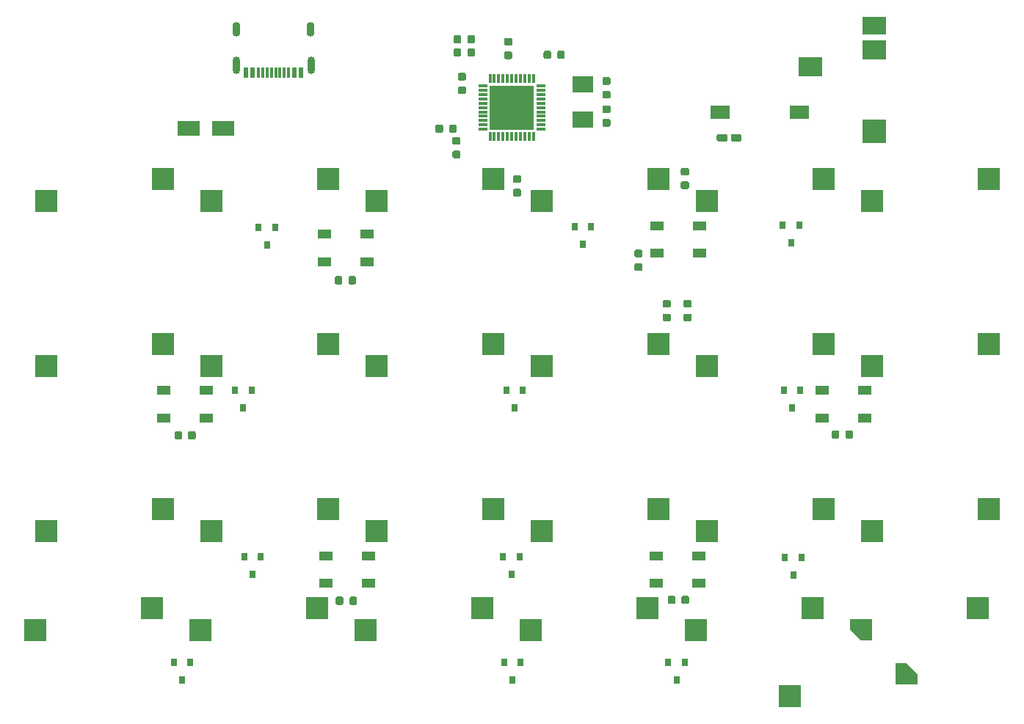
<source format=gbp>
G04 #@! TF.GenerationSoftware,KiCad,Pcbnew,(5.0.1-dev-70-gb7b125d83)*
G04 #@! TF.CreationDate,2019-02-21T05:05:45+01:00*
G04 #@! TF.ProjectId,vitamins_included,766974616D696E735F696E636C756465,rev?*
G04 #@! TF.SameCoordinates,Original*
G04 #@! TF.FileFunction,Paste,Bot*
G04 #@! TF.FilePolarity,Positive*
%FSLAX46Y46*%
G04 Gerber Fmt 4.6, Leading zero omitted, Abs format (unit mm)*
G04 Created by KiCad (PCBNEW (5.0.1-dev-70-gb7b125d83)) date 02/21/19 05:05:45*
%MOMM*%
%LPD*%
G01*
G04 APERTURE LIST*
%ADD10C,0.100000*%
%ADD11C,0.875000*%
%ADD12R,1.500000X1.000000*%
%ADD13R,2.550000X2.500000*%
%ADD14R,0.800000X0.900000*%
%ADD15R,2.800000X2.000000*%
%ADD16R,2.800000X2.200000*%
%ADD17R,2.800000X2.800000*%
%ADD18R,0.299720X0.998220*%
%ADD19R,0.998220X0.299720*%
%ADD20R,5.080000X5.080000*%
%ADD21R,2.500000X1.800000*%
%ADD22R,2.180000X1.600000*%
%ADD23R,2.400000X1.900000*%
%ADD24C,0.850000*%
%ADD25C,1.000000*%
%ADD26R,0.600000X1.160000*%
%ADD27R,0.300000X1.160000*%
%ADD28O,0.900000X1.700000*%
%ADD29O,0.900000X2.000000*%
G04 APERTURE END LIST*
D10*
G04 #@! TO.C,C12*
G36*
X77327691Y-67526053D02*
X77348926Y-67529203D01*
X77369750Y-67534419D01*
X77389962Y-67541651D01*
X77409368Y-67550830D01*
X77427781Y-67561866D01*
X77445024Y-67574654D01*
X77460930Y-67589070D01*
X77475346Y-67604976D01*
X77488134Y-67622219D01*
X77499170Y-67640632D01*
X77508349Y-67660038D01*
X77515581Y-67680250D01*
X77520797Y-67701074D01*
X77523947Y-67722309D01*
X77525000Y-67743750D01*
X77525000Y-68256250D01*
X77523947Y-68277691D01*
X77520797Y-68298926D01*
X77515581Y-68319750D01*
X77508349Y-68339962D01*
X77499170Y-68359368D01*
X77488134Y-68377781D01*
X77475346Y-68395024D01*
X77460930Y-68410930D01*
X77445024Y-68425346D01*
X77427781Y-68438134D01*
X77409368Y-68449170D01*
X77389962Y-68458349D01*
X77369750Y-68465581D01*
X77348926Y-68470797D01*
X77327691Y-68473947D01*
X77306250Y-68475000D01*
X76868750Y-68475000D01*
X76847309Y-68473947D01*
X76826074Y-68470797D01*
X76805250Y-68465581D01*
X76785038Y-68458349D01*
X76765632Y-68449170D01*
X76747219Y-68438134D01*
X76729976Y-68425346D01*
X76714070Y-68410930D01*
X76699654Y-68395024D01*
X76686866Y-68377781D01*
X76675830Y-68359368D01*
X76666651Y-68339962D01*
X76659419Y-68319750D01*
X76654203Y-68298926D01*
X76651053Y-68277691D01*
X76650000Y-68256250D01*
X76650000Y-67743750D01*
X76651053Y-67722309D01*
X76654203Y-67701074D01*
X76659419Y-67680250D01*
X76666651Y-67660038D01*
X76675830Y-67640632D01*
X76686866Y-67622219D01*
X76699654Y-67604976D01*
X76714070Y-67589070D01*
X76729976Y-67574654D01*
X76747219Y-67561866D01*
X76765632Y-67550830D01*
X76785038Y-67541651D01*
X76805250Y-67534419D01*
X76826074Y-67529203D01*
X76847309Y-67526053D01*
X76868750Y-67525000D01*
X77306250Y-67525000D01*
X77327691Y-67526053D01*
X77327691Y-67526053D01*
G37*
D11*
X77087500Y-68000000D03*
D10*
G36*
X75752691Y-67526053D02*
X75773926Y-67529203D01*
X75794750Y-67534419D01*
X75814962Y-67541651D01*
X75834368Y-67550830D01*
X75852781Y-67561866D01*
X75870024Y-67574654D01*
X75885930Y-67589070D01*
X75900346Y-67604976D01*
X75913134Y-67622219D01*
X75924170Y-67640632D01*
X75933349Y-67660038D01*
X75940581Y-67680250D01*
X75945797Y-67701074D01*
X75948947Y-67722309D01*
X75950000Y-67743750D01*
X75950000Y-68256250D01*
X75948947Y-68277691D01*
X75945797Y-68298926D01*
X75940581Y-68319750D01*
X75933349Y-68339962D01*
X75924170Y-68359368D01*
X75913134Y-68377781D01*
X75900346Y-68395024D01*
X75885930Y-68410930D01*
X75870024Y-68425346D01*
X75852781Y-68438134D01*
X75834368Y-68449170D01*
X75814962Y-68458349D01*
X75794750Y-68465581D01*
X75773926Y-68470797D01*
X75752691Y-68473947D01*
X75731250Y-68475000D01*
X75293750Y-68475000D01*
X75272309Y-68473947D01*
X75251074Y-68470797D01*
X75230250Y-68465581D01*
X75210038Y-68458349D01*
X75190632Y-68449170D01*
X75172219Y-68438134D01*
X75154976Y-68425346D01*
X75139070Y-68410930D01*
X75124654Y-68395024D01*
X75111866Y-68377781D01*
X75100830Y-68359368D01*
X75091651Y-68339962D01*
X75084419Y-68319750D01*
X75079203Y-68298926D01*
X75076053Y-68277691D01*
X75075000Y-68256250D01*
X75075000Y-67743750D01*
X75076053Y-67722309D01*
X75079203Y-67701074D01*
X75084419Y-67680250D01*
X75091651Y-67660038D01*
X75100830Y-67640632D01*
X75111866Y-67622219D01*
X75124654Y-67604976D01*
X75139070Y-67589070D01*
X75154976Y-67574654D01*
X75172219Y-67561866D01*
X75190632Y-67550830D01*
X75210038Y-67541651D01*
X75230250Y-67534419D01*
X75251074Y-67529203D01*
X75272309Y-67526053D01*
X75293750Y-67525000D01*
X75731250Y-67525000D01*
X75752691Y-67526053D01*
X75752691Y-67526053D01*
G37*
D11*
X75512500Y-68000000D03*
G04 #@! TD*
D10*
G04 #@! TO.C,C13*
G36*
X94652691Y-48426053D02*
X94673926Y-48429203D01*
X94694750Y-48434419D01*
X94714962Y-48441651D01*
X94734368Y-48450830D01*
X94752781Y-48461866D01*
X94770024Y-48474654D01*
X94785930Y-48489070D01*
X94800346Y-48504976D01*
X94813134Y-48522219D01*
X94824170Y-48540632D01*
X94833349Y-48560038D01*
X94840581Y-48580250D01*
X94845797Y-48601074D01*
X94848947Y-48622309D01*
X94850000Y-48643750D01*
X94850000Y-49156250D01*
X94848947Y-49177691D01*
X94845797Y-49198926D01*
X94840581Y-49219750D01*
X94833349Y-49239962D01*
X94824170Y-49259368D01*
X94813134Y-49277781D01*
X94800346Y-49295024D01*
X94785930Y-49310930D01*
X94770024Y-49325346D01*
X94752781Y-49338134D01*
X94734368Y-49349170D01*
X94714962Y-49358349D01*
X94694750Y-49365581D01*
X94673926Y-49370797D01*
X94652691Y-49373947D01*
X94631250Y-49375000D01*
X94193750Y-49375000D01*
X94172309Y-49373947D01*
X94151074Y-49370797D01*
X94130250Y-49365581D01*
X94110038Y-49358349D01*
X94090632Y-49349170D01*
X94072219Y-49338134D01*
X94054976Y-49325346D01*
X94039070Y-49310930D01*
X94024654Y-49295024D01*
X94011866Y-49277781D01*
X94000830Y-49259368D01*
X93991651Y-49239962D01*
X93984419Y-49219750D01*
X93979203Y-49198926D01*
X93976053Y-49177691D01*
X93975000Y-49156250D01*
X93975000Y-48643750D01*
X93976053Y-48622309D01*
X93979203Y-48601074D01*
X93984419Y-48580250D01*
X93991651Y-48560038D01*
X94000830Y-48540632D01*
X94011866Y-48522219D01*
X94024654Y-48504976D01*
X94039070Y-48489070D01*
X94054976Y-48474654D01*
X94072219Y-48461866D01*
X94090632Y-48450830D01*
X94110038Y-48441651D01*
X94130250Y-48434419D01*
X94151074Y-48429203D01*
X94172309Y-48426053D01*
X94193750Y-48425000D01*
X94631250Y-48425000D01*
X94652691Y-48426053D01*
X94652691Y-48426053D01*
G37*
D11*
X94412500Y-48900000D03*
D10*
G36*
X96227691Y-48426053D02*
X96248926Y-48429203D01*
X96269750Y-48434419D01*
X96289962Y-48441651D01*
X96309368Y-48450830D01*
X96327781Y-48461866D01*
X96345024Y-48474654D01*
X96360930Y-48489070D01*
X96375346Y-48504976D01*
X96388134Y-48522219D01*
X96399170Y-48540632D01*
X96408349Y-48560038D01*
X96415581Y-48580250D01*
X96420797Y-48601074D01*
X96423947Y-48622309D01*
X96425000Y-48643750D01*
X96425000Y-49156250D01*
X96423947Y-49177691D01*
X96420797Y-49198926D01*
X96415581Y-49219750D01*
X96408349Y-49239962D01*
X96399170Y-49259368D01*
X96388134Y-49277781D01*
X96375346Y-49295024D01*
X96360930Y-49310930D01*
X96345024Y-49325346D01*
X96327781Y-49338134D01*
X96309368Y-49349170D01*
X96289962Y-49358349D01*
X96269750Y-49365581D01*
X96248926Y-49370797D01*
X96227691Y-49373947D01*
X96206250Y-49375000D01*
X95768750Y-49375000D01*
X95747309Y-49373947D01*
X95726074Y-49370797D01*
X95705250Y-49365581D01*
X95685038Y-49358349D01*
X95665632Y-49349170D01*
X95647219Y-49338134D01*
X95629976Y-49325346D01*
X95614070Y-49310930D01*
X95599654Y-49295024D01*
X95586866Y-49277781D01*
X95575830Y-49259368D01*
X95566651Y-49239962D01*
X95559419Y-49219750D01*
X95554203Y-49198926D01*
X95551053Y-49177691D01*
X95550000Y-49156250D01*
X95550000Y-48643750D01*
X95551053Y-48622309D01*
X95554203Y-48601074D01*
X95559419Y-48580250D01*
X95566651Y-48560038D01*
X95575830Y-48540632D01*
X95586866Y-48522219D01*
X95599654Y-48504976D01*
X95614070Y-48489070D01*
X95629976Y-48474654D01*
X95647219Y-48461866D01*
X95665632Y-48450830D01*
X95685038Y-48441651D01*
X95705250Y-48434419D01*
X95726074Y-48429203D01*
X95747309Y-48426053D01*
X95768750Y-48425000D01*
X96206250Y-48425000D01*
X96227691Y-48426053D01*
X96227691Y-48426053D01*
G37*
D11*
X95987500Y-48900000D03*
G04 #@! TD*
D10*
G04 #@! TO.C,C14*
G36*
X71977691Y-27576053D02*
X71998926Y-27579203D01*
X72019750Y-27584419D01*
X72039962Y-27591651D01*
X72059368Y-27600830D01*
X72077781Y-27611866D01*
X72095024Y-27624654D01*
X72110930Y-27639070D01*
X72125346Y-27654976D01*
X72138134Y-27672219D01*
X72149170Y-27690632D01*
X72158349Y-27710038D01*
X72165581Y-27730250D01*
X72170797Y-27751074D01*
X72173947Y-27772309D01*
X72175000Y-27793750D01*
X72175000Y-28231250D01*
X72173947Y-28252691D01*
X72170797Y-28273926D01*
X72165581Y-28294750D01*
X72158349Y-28314962D01*
X72149170Y-28334368D01*
X72138134Y-28352781D01*
X72125346Y-28370024D01*
X72110930Y-28385930D01*
X72095024Y-28400346D01*
X72077781Y-28413134D01*
X72059368Y-28424170D01*
X72039962Y-28433349D01*
X72019750Y-28440581D01*
X71998926Y-28445797D01*
X71977691Y-28448947D01*
X71956250Y-28450000D01*
X71443750Y-28450000D01*
X71422309Y-28448947D01*
X71401074Y-28445797D01*
X71380250Y-28440581D01*
X71360038Y-28433349D01*
X71340632Y-28424170D01*
X71322219Y-28413134D01*
X71304976Y-28400346D01*
X71289070Y-28385930D01*
X71274654Y-28370024D01*
X71261866Y-28352781D01*
X71250830Y-28334368D01*
X71241651Y-28314962D01*
X71234419Y-28294750D01*
X71229203Y-28273926D01*
X71226053Y-28252691D01*
X71225000Y-28231250D01*
X71225000Y-27793750D01*
X71226053Y-27772309D01*
X71229203Y-27751074D01*
X71234419Y-27730250D01*
X71241651Y-27710038D01*
X71250830Y-27690632D01*
X71261866Y-27672219D01*
X71274654Y-27654976D01*
X71289070Y-27639070D01*
X71304976Y-27624654D01*
X71322219Y-27611866D01*
X71340632Y-27600830D01*
X71360038Y-27591651D01*
X71380250Y-27584419D01*
X71401074Y-27579203D01*
X71422309Y-27576053D01*
X71443750Y-27575000D01*
X71956250Y-27575000D01*
X71977691Y-27576053D01*
X71977691Y-27576053D01*
G37*
D11*
X71700000Y-28012500D03*
D10*
G36*
X71977691Y-29151053D02*
X71998926Y-29154203D01*
X72019750Y-29159419D01*
X72039962Y-29166651D01*
X72059368Y-29175830D01*
X72077781Y-29186866D01*
X72095024Y-29199654D01*
X72110930Y-29214070D01*
X72125346Y-29229976D01*
X72138134Y-29247219D01*
X72149170Y-29265632D01*
X72158349Y-29285038D01*
X72165581Y-29305250D01*
X72170797Y-29326074D01*
X72173947Y-29347309D01*
X72175000Y-29368750D01*
X72175000Y-29806250D01*
X72173947Y-29827691D01*
X72170797Y-29848926D01*
X72165581Y-29869750D01*
X72158349Y-29889962D01*
X72149170Y-29909368D01*
X72138134Y-29927781D01*
X72125346Y-29945024D01*
X72110930Y-29960930D01*
X72095024Y-29975346D01*
X72077781Y-29988134D01*
X72059368Y-29999170D01*
X72039962Y-30008349D01*
X72019750Y-30015581D01*
X71998926Y-30020797D01*
X71977691Y-30023947D01*
X71956250Y-30025000D01*
X71443750Y-30025000D01*
X71422309Y-30023947D01*
X71401074Y-30020797D01*
X71380250Y-30015581D01*
X71360038Y-30008349D01*
X71340632Y-29999170D01*
X71322219Y-29988134D01*
X71304976Y-29975346D01*
X71289070Y-29960930D01*
X71274654Y-29945024D01*
X71261866Y-29927781D01*
X71250830Y-29909368D01*
X71241651Y-29889962D01*
X71234419Y-29869750D01*
X71229203Y-29848926D01*
X71226053Y-29827691D01*
X71225000Y-29806250D01*
X71225000Y-29368750D01*
X71226053Y-29347309D01*
X71229203Y-29326074D01*
X71234419Y-29305250D01*
X71241651Y-29285038D01*
X71250830Y-29265632D01*
X71261866Y-29247219D01*
X71274654Y-29229976D01*
X71289070Y-29214070D01*
X71304976Y-29199654D01*
X71322219Y-29186866D01*
X71340632Y-29175830D01*
X71360038Y-29166651D01*
X71380250Y-29159419D01*
X71401074Y-29154203D01*
X71422309Y-29151053D01*
X71443750Y-29150000D01*
X71956250Y-29150000D01*
X71977691Y-29151053D01*
X71977691Y-29151053D01*
G37*
D11*
X71700000Y-29587500D03*
G04 #@! TD*
D12*
G04 #@! TO.C,D30*
X21850000Y-43800000D03*
X21850000Y-47000000D03*
X16950000Y-43800000D03*
X16950000Y-47000000D03*
G04 #@! TD*
G04 #@! TO.C,D31*
X35650000Y-66100000D03*
X35650000Y-62900000D03*
X40550000Y-66100000D03*
X40550000Y-62900000D03*
G04 #@! TD*
G04 #@! TO.C,D29*
X35500000Y-29000000D03*
X35500000Y-25800000D03*
X40400000Y-29000000D03*
X40400000Y-25800000D03*
G04 #@! TD*
D10*
G04 #@! TO.C,C10*
G36*
X20427691Y-48526053D02*
X20448926Y-48529203D01*
X20469750Y-48534419D01*
X20489962Y-48541651D01*
X20509368Y-48550830D01*
X20527781Y-48561866D01*
X20545024Y-48574654D01*
X20560930Y-48589070D01*
X20575346Y-48604976D01*
X20588134Y-48622219D01*
X20599170Y-48640632D01*
X20608349Y-48660038D01*
X20615581Y-48680250D01*
X20620797Y-48701074D01*
X20623947Y-48722309D01*
X20625000Y-48743750D01*
X20625000Y-49256250D01*
X20623947Y-49277691D01*
X20620797Y-49298926D01*
X20615581Y-49319750D01*
X20608349Y-49339962D01*
X20599170Y-49359368D01*
X20588134Y-49377781D01*
X20575346Y-49395024D01*
X20560930Y-49410930D01*
X20545024Y-49425346D01*
X20527781Y-49438134D01*
X20509368Y-49449170D01*
X20489962Y-49458349D01*
X20469750Y-49465581D01*
X20448926Y-49470797D01*
X20427691Y-49473947D01*
X20406250Y-49475000D01*
X19968750Y-49475000D01*
X19947309Y-49473947D01*
X19926074Y-49470797D01*
X19905250Y-49465581D01*
X19885038Y-49458349D01*
X19865632Y-49449170D01*
X19847219Y-49438134D01*
X19829976Y-49425346D01*
X19814070Y-49410930D01*
X19799654Y-49395024D01*
X19786866Y-49377781D01*
X19775830Y-49359368D01*
X19766651Y-49339962D01*
X19759419Y-49319750D01*
X19754203Y-49298926D01*
X19751053Y-49277691D01*
X19750000Y-49256250D01*
X19750000Y-48743750D01*
X19751053Y-48722309D01*
X19754203Y-48701074D01*
X19759419Y-48680250D01*
X19766651Y-48660038D01*
X19775830Y-48640632D01*
X19786866Y-48622219D01*
X19799654Y-48604976D01*
X19814070Y-48589070D01*
X19829976Y-48574654D01*
X19847219Y-48561866D01*
X19865632Y-48550830D01*
X19885038Y-48541651D01*
X19905250Y-48534419D01*
X19926074Y-48529203D01*
X19947309Y-48526053D01*
X19968750Y-48525000D01*
X20406250Y-48525000D01*
X20427691Y-48526053D01*
X20427691Y-48526053D01*
G37*
D11*
X20187500Y-49000000D03*
D10*
G36*
X18852691Y-48526053D02*
X18873926Y-48529203D01*
X18894750Y-48534419D01*
X18914962Y-48541651D01*
X18934368Y-48550830D01*
X18952781Y-48561866D01*
X18970024Y-48574654D01*
X18985930Y-48589070D01*
X19000346Y-48604976D01*
X19013134Y-48622219D01*
X19024170Y-48640632D01*
X19033349Y-48660038D01*
X19040581Y-48680250D01*
X19045797Y-48701074D01*
X19048947Y-48722309D01*
X19050000Y-48743750D01*
X19050000Y-49256250D01*
X19048947Y-49277691D01*
X19045797Y-49298926D01*
X19040581Y-49319750D01*
X19033349Y-49339962D01*
X19024170Y-49359368D01*
X19013134Y-49377781D01*
X19000346Y-49395024D01*
X18985930Y-49410930D01*
X18970024Y-49425346D01*
X18952781Y-49438134D01*
X18934368Y-49449170D01*
X18914962Y-49458349D01*
X18894750Y-49465581D01*
X18873926Y-49470797D01*
X18852691Y-49473947D01*
X18831250Y-49475000D01*
X18393750Y-49475000D01*
X18372309Y-49473947D01*
X18351074Y-49470797D01*
X18330250Y-49465581D01*
X18310038Y-49458349D01*
X18290632Y-49449170D01*
X18272219Y-49438134D01*
X18254976Y-49425346D01*
X18239070Y-49410930D01*
X18224654Y-49395024D01*
X18211866Y-49377781D01*
X18200830Y-49359368D01*
X18191651Y-49339962D01*
X18184419Y-49319750D01*
X18179203Y-49298926D01*
X18176053Y-49277691D01*
X18175000Y-49256250D01*
X18175000Y-48743750D01*
X18176053Y-48722309D01*
X18179203Y-48701074D01*
X18184419Y-48680250D01*
X18191651Y-48660038D01*
X18200830Y-48640632D01*
X18211866Y-48622219D01*
X18224654Y-48604976D01*
X18239070Y-48589070D01*
X18254976Y-48574654D01*
X18272219Y-48561866D01*
X18290632Y-48550830D01*
X18310038Y-48541651D01*
X18330250Y-48534419D01*
X18351074Y-48529203D01*
X18372309Y-48526053D01*
X18393750Y-48525000D01*
X18831250Y-48525000D01*
X18852691Y-48526053D01*
X18852691Y-48526053D01*
G37*
D11*
X18612500Y-49000000D03*
G04 #@! TD*
D10*
G04 #@! TO.C,C9*
G36*
X38915191Y-30626053D02*
X38936426Y-30629203D01*
X38957250Y-30634419D01*
X38977462Y-30641651D01*
X38996868Y-30650830D01*
X39015281Y-30661866D01*
X39032524Y-30674654D01*
X39048430Y-30689070D01*
X39062846Y-30704976D01*
X39075634Y-30722219D01*
X39086670Y-30740632D01*
X39095849Y-30760038D01*
X39103081Y-30780250D01*
X39108297Y-30801074D01*
X39111447Y-30822309D01*
X39112500Y-30843750D01*
X39112500Y-31356250D01*
X39111447Y-31377691D01*
X39108297Y-31398926D01*
X39103081Y-31419750D01*
X39095849Y-31439962D01*
X39086670Y-31459368D01*
X39075634Y-31477781D01*
X39062846Y-31495024D01*
X39048430Y-31510930D01*
X39032524Y-31525346D01*
X39015281Y-31538134D01*
X38996868Y-31549170D01*
X38977462Y-31558349D01*
X38957250Y-31565581D01*
X38936426Y-31570797D01*
X38915191Y-31573947D01*
X38893750Y-31575000D01*
X38456250Y-31575000D01*
X38434809Y-31573947D01*
X38413574Y-31570797D01*
X38392750Y-31565581D01*
X38372538Y-31558349D01*
X38353132Y-31549170D01*
X38334719Y-31538134D01*
X38317476Y-31525346D01*
X38301570Y-31510930D01*
X38287154Y-31495024D01*
X38274366Y-31477781D01*
X38263330Y-31459368D01*
X38254151Y-31439962D01*
X38246919Y-31419750D01*
X38241703Y-31398926D01*
X38238553Y-31377691D01*
X38237500Y-31356250D01*
X38237500Y-30843750D01*
X38238553Y-30822309D01*
X38241703Y-30801074D01*
X38246919Y-30780250D01*
X38254151Y-30760038D01*
X38263330Y-30740632D01*
X38274366Y-30722219D01*
X38287154Y-30704976D01*
X38301570Y-30689070D01*
X38317476Y-30674654D01*
X38334719Y-30661866D01*
X38353132Y-30650830D01*
X38372538Y-30641651D01*
X38392750Y-30634419D01*
X38413574Y-30629203D01*
X38434809Y-30626053D01*
X38456250Y-30625000D01*
X38893750Y-30625000D01*
X38915191Y-30626053D01*
X38915191Y-30626053D01*
G37*
D11*
X38675000Y-31100000D03*
D10*
G36*
X37340191Y-30626053D02*
X37361426Y-30629203D01*
X37382250Y-30634419D01*
X37402462Y-30641651D01*
X37421868Y-30650830D01*
X37440281Y-30661866D01*
X37457524Y-30674654D01*
X37473430Y-30689070D01*
X37487846Y-30704976D01*
X37500634Y-30722219D01*
X37511670Y-30740632D01*
X37520849Y-30760038D01*
X37528081Y-30780250D01*
X37533297Y-30801074D01*
X37536447Y-30822309D01*
X37537500Y-30843750D01*
X37537500Y-31356250D01*
X37536447Y-31377691D01*
X37533297Y-31398926D01*
X37528081Y-31419750D01*
X37520849Y-31439962D01*
X37511670Y-31459368D01*
X37500634Y-31477781D01*
X37487846Y-31495024D01*
X37473430Y-31510930D01*
X37457524Y-31525346D01*
X37440281Y-31538134D01*
X37421868Y-31549170D01*
X37402462Y-31558349D01*
X37382250Y-31565581D01*
X37361426Y-31570797D01*
X37340191Y-31573947D01*
X37318750Y-31575000D01*
X36881250Y-31575000D01*
X36859809Y-31573947D01*
X36838574Y-31570797D01*
X36817750Y-31565581D01*
X36797538Y-31558349D01*
X36778132Y-31549170D01*
X36759719Y-31538134D01*
X36742476Y-31525346D01*
X36726570Y-31510930D01*
X36712154Y-31495024D01*
X36699366Y-31477781D01*
X36688330Y-31459368D01*
X36679151Y-31439962D01*
X36671919Y-31419750D01*
X36666703Y-31398926D01*
X36663553Y-31377691D01*
X36662500Y-31356250D01*
X36662500Y-30843750D01*
X36663553Y-30822309D01*
X36666703Y-30801074D01*
X36671919Y-30780250D01*
X36679151Y-30760038D01*
X36688330Y-30740632D01*
X36699366Y-30722219D01*
X36712154Y-30704976D01*
X36726570Y-30689070D01*
X36742476Y-30674654D01*
X36759719Y-30661866D01*
X36778132Y-30650830D01*
X36797538Y-30641651D01*
X36817750Y-30634419D01*
X36838574Y-30629203D01*
X36859809Y-30626053D01*
X36881250Y-30625000D01*
X37318750Y-30625000D01*
X37340191Y-30626053D01*
X37340191Y-30626053D01*
G37*
D11*
X37100000Y-31100000D03*
G04 #@! TD*
D10*
G04 #@! TO.C,C11*
G36*
X37452691Y-67626053D02*
X37473926Y-67629203D01*
X37494750Y-67634419D01*
X37514962Y-67641651D01*
X37534368Y-67650830D01*
X37552781Y-67661866D01*
X37570024Y-67674654D01*
X37585930Y-67689070D01*
X37600346Y-67704976D01*
X37613134Y-67722219D01*
X37624170Y-67740632D01*
X37633349Y-67760038D01*
X37640581Y-67780250D01*
X37645797Y-67801074D01*
X37648947Y-67822309D01*
X37650000Y-67843750D01*
X37650000Y-68356250D01*
X37648947Y-68377691D01*
X37645797Y-68398926D01*
X37640581Y-68419750D01*
X37633349Y-68439962D01*
X37624170Y-68459368D01*
X37613134Y-68477781D01*
X37600346Y-68495024D01*
X37585930Y-68510930D01*
X37570024Y-68525346D01*
X37552781Y-68538134D01*
X37534368Y-68549170D01*
X37514962Y-68558349D01*
X37494750Y-68565581D01*
X37473926Y-68570797D01*
X37452691Y-68573947D01*
X37431250Y-68575000D01*
X36993750Y-68575000D01*
X36972309Y-68573947D01*
X36951074Y-68570797D01*
X36930250Y-68565581D01*
X36910038Y-68558349D01*
X36890632Y-68549170D01*
X36872219Y-68538134D01*
X36854976Y-68525346D01*
X36839070Y-68510930D01*
X36824654Y-68495024D01*
X36811866Y-68477781D01*
X36800830Y-68459368D01*
X36791651Y-68439962D01*
X36784419Y-68419750D01*
X36779203Y-68398926D01*
X36776053Y-68377691D01*
X36775000Y-68356250D01*
X36775000Y-67843750D01*
X36776053Y-67822309D01*
X36779203Y-67801074D01*
X36784419Y-67780250D01*
X36791651Y-67760038D01*
X36800830Y-67740632D01*
X36811866Y-67722219D01*
X36824654Y-67704976D01*
X36839070Y-67689070D01*
X36854976Y-67674654D01*
X36872219Y-67661866D01*
X36890632Y-67650830D01*
X36910038Y-67641651D01*
X36930250Y-67634419D01*
X36951074Y-67629203D01*
X36972309Y-67626053D01*
X36993750Y-67625000D01*
X37431250Y-67625000D01*
X37452691Y-67626053D01*
X37452691Y-67626053D01*
G37*
D11*
X37212500Y-68100000D03*
D10*
G36*
X39027691Y-67626053D02*
X39048926Y-67629203D01*
X39069750Y-67634419D01*
X39089962Y-67641651D01*
X39109368Y-67650830D01*
X39127781Y-67661866D01*
X39145024Y-67674654D01*
X39160930Y-67689070D01*
X39175346Y-67704976D01*
X39188134Y-67722219D01*
X39199170Y-67740632D01*
X39208349Y-67760038D01*
X39215581Y-67780250D01*
X39220797Y-67801074D01*
X39223947Y-67822309D01*
X39225000Y-67843750D01*
X39225000Y-68356250D01*
X39223947Y-68377691D01*
X39220797Y-68398926D01*
X39215581Y-68419750D01*
X39208349Y-68439962D01*
X39199170Y-68459368D01*
X39188134Y-68477781D01*
X39175346Y-68495024D01*
X39160930Y-68510930D01*
X39145024Y-68525346D01*
X39127781Y-68538134D01*
X39109368Y-68549170D01*
X39089962Y-68558349D01*
X39069750Y-68565581D01*
X39048926Y-68570797D01*
X39027691Y-68573947D01*
X39006250Y-68575000D01*
X38568750Y-68575000D01*
X38547309Y-68573947D01*
X38526074Y-68570797D01*
X38505250Y-68565581D01*
X38485038Y-68558349D01*
X38465632Y-68549170D01*
X38447219Y-68538134D01*
X38429976Y-68525346D01*
X38414070Y-68510930D01*
X38399654Y-68495024D01*
X38386866Y-68477781D01*
X38375830Y-68459368D01*
X38366651Y-68439962D01*
X38359419Y-68419750D01*
X38354203Y-68398926D01*
X38351053Y-68377691D01*
X38350000Y-68356250D01*
X38350000Y-67843750D01*
X38351053Y-67822309D01*
X38354203Y-67801074D01*
X38359419Y-67780250D01*
X38366651Y-67760038D01*
X38375830Y-67740632D01*
X38386866Y-67722219D01*
X38399654Y-67704976D01*
X38414070Y-67689070D01*
X38429976Y-67674654D01*
X38447219Y-67661866D01*
X38465632Y-67650830D01*
X38485038Y-67641651D01*
X38505250Y-67634419D01*
X38526074Y-67629203D01*
X38547309Y-67626053D01*
X38568750Y-67625000D01*
X39006250Y-67625000D01*
X39027691Y-67626053D01*
X39027691Y-67626053D01*
G37*
D11*
X38787500Y-68100000D03*
G04 #@! TD*
D12*
G04 #@! TO.C,D34*
X78650000Y-62900000D03*
X78650000Y-66100000D03*
X73750000Y-62900000D03*
X73750000Y-66100000D03*
G04 #@! TD*
G04 #@! TO.C,D32*
X78750000Y-24800000D03*
X78750000Y-28000000D03*
X73850000Y-24800000D03*
X73850000Y-28000000D03*
G04 #@! TD*
G04 #@! TO.C,D33*
X97750000Y-43800000D03*
X97750000Y-47000000D03*
X92850000Y-43800000D03*
X92850000Y-47000000D03*
G04 #@! TD*
D13*
G04 #@! TO.C,SW5*
X93060000Y-19390000D03*
X79610000Y-21930000D03*
G04 #@! TD*
D14*
G04 #@! TO.C,D3*
X88334000Y-24788000D03*
X90234000Y-24788000D03*
X89284000Y-26788000D03*
G04 #@! TD*
D15*
G04 #@! TO.C,P4*
X98892500Y-1728000D03*
D16*
X91492500Y-6428000D03*
X98892500Y-4528000D03*
D17*
X98892500Y-13928000D03*
G04 #@! TD*
D14*
G04 #@! TO.C,D1*
X27882000Y-25042000D03*
X29782000Y-25042000D03*
X28832000Y-27042000D03*
G04 #@! TD*
D13*
G04 #@! TO.C,SW14*
X35910000Y-57490000D03*
X22460000Y-60030000D03*
G04 #@! TD*
D10*
G04 #@! TO.C,R5*
G36*
X52627691Y-2826053D02*
X52648926Y-2829203D01*
X52669750Y-2834419D01*
X52689962Y-2841651D01*
X52709368Y-2850830D01*
X52727781Y-2861866D01*
X52745024Y-2874654D01*
X52760930Y-2889070D01*
X52775346Y-2904976D01*
X52788134Y-2922219D01*
X52799170Y-2940632D01*
X52808349Y-2960038D01*
X52815581Y-2980250D01*
X52820797Y-3001074D01*
X52823947Y-3022309D01*
X52825000Y-3043750D01*
X52825000Y-3556250D01*
X52823947Y-3577691D01*
X52820797Y-3598926D01*
X52815581Y-3619750D01*
X52808349Y-3639962D01*
X52799170Y-3659368D01*
X52788134Y-3677781D01*
X52775346Y-3695024D01*
X52760930Y-3710930D01*
X52745024Y-3725346D01*
X52727781Y-3738134D01*
X52709368Y-3749170D01*
X52689962Y-3758349D01*
X52669750Y-3765581D01*
X52648926Y-3770797D01*
X52627691Y-3773947D01*
X52606250Y-3775000D01*
X52168750Y-3775000D01*
X52147309Y-3773947D01*
X52126074Y-3770797D01*
X52105250Y-3765581D01*
X52085038Y-3758349D01*
X52065632Y-3749170D01*
X52047219Y-3738134D01*
X52029976Y-3725346D01*
X52014070Y-3710930D01*
X51999654Y-3695024D01*
X51986866Y-3677781D01*
X51975830Y-3659368D01*
X51966651Y-3639962D01*
X51959419Y-3619750D01*
X51954203Y-3598926D01*
X51951053Y-3577691D01*
X51950000Y-3556250D01*
X51950000Y-3043750D01*
X51951053Y-3022309D01*
X51954203Y-3001074D01*
X51959419Y-2980250D01*
X51966651Y-2960038D01*
X51975830Y-2940632D01*
X51986866Y-2922219D01*
X51999654Y-2904976D01*
X52014070Y-2889070D01*
X52029976Y-2874654D01*
X52047219Y-2861866D01*
X52065632Y-2850830D01*
X52085038Y-2841651D01*
X52105250Y-2834419D01*
X52126074Y-2829203D01*
X52147309Y-2826053D01*
X52168750Y-2825000D01*
X52606250Y-2825000D01*
X52627691Y-2826053D01*
X52627691Y-2826053D01*
G37*
D11*
X52387500Y-3300000D03*
D10*
G36*
X51052691Y-2826053D02*
X51073926Y-2829203D01*
X51094750Y-2834419D01*
X51114962Y-2841651D01*
X51134368Y-2850830D01*
X51152781Y-2861866D01*
X51170024Y-2874654D01*
X51185930Y-2889070D01*
X51200346Y-2904976D01*
X51213134Y-2922219D01*
X51224170Y-2940632D01*
X51233349Y-2960038D01*
X51240581Y-2980250D01*
X51245797Y-3001074D01*
X51248947Y-3022309D01*
X51250000Y-3043750D01*
X51250000Y-3556250D01*
X51248947Y-3577691D01*
X51245797Y-3598926D01*
X51240581Y-3619750D01*
X51233349Y-3639962D01*
X51224170Y-3659368D01*
X51213134Y-3677781D01*
X51200346Y-3695024D01*
X51185930Y-3710930D01*
X51170024Y-3725346D01*
X51152781Y-3738134D01*
X51134368Y-3749170D01*
X51114962Y-3758349D01*
X51094750Y-3765581D01*
X51073926Y-3770797D01*
X51052691Y-3773947D01*
X51031250Y-3775000D01*
X50593750Y-3775000D01*
X50572309Y-3773947D01*
X50551074Y-3770797D01*
X50530250Y-3765581D01*
X50510038Y-3758349D01*
X50490632Y-3749170D01*
X50472219Y-3738134D01*
X50454976Y-3725346D01*
X50439070Y-3710930D01*
X50424654Y-3695024D01*
X50411866Y-3677781D01*
X50400830Y-3659368D01*
X50391651Y-3639962D01*
X50384419Y-3619750D01*
X50379203Y-3598926D01*
X50376053Y-3577691D01*
X50375000Y-3556250D01*
X50375000Y-3043750D01*
X50376053Y-3022309D01*
X50379203Y-3001074D01*
X50384419Y-2980250D01*
X50391651Y-2960038D01*
X50400830Y-2940632D01*
X50411866Y-2922219D01*
X50424654Y-2904976D01*
X50439070Y-2889070D01*
X50454976Y-2874654D01*
X50472219Y-2861866D01*
X50490632Y-2850830D01*
X50510038Y-2841651D01*
X50530250Y-2834419D01*
X50551074Y-2829203D01*
X50572309Y-2826053D01*
X50593750Y-2825000D01*
X51031250Y-2825000D01*
X51052691Y-2826053D01*
X51052691Y-2826053D01*
G37*
D11*
X50812500Y-3300000D03*
G04 #@! TD*
D13*
G04 #@! TO.C,SW2*
X35910000Y-19390000D03*
X22460000Y-21930000D03*
G04 #@! TD*
D10*
G04 #@! TO.C,R1*
G36*
X75224191Y-34967053D02*
X75245426Y-34970203D01*
X75266250Y-34975419D01*
X75286462Y-34982651D01*
X75305868Y-34991830D01*
X75324281Y-35002866D01*
X75341524Y-35015654D01*
X75357430Y-35030070D01*
X75371846Y-35045976D01*
X75384634Y-35063219D01*
X75395670Y-35081632D01*
X75404849Y-35101038D01*
X75412081Y-35121250D01*
X75417297Y-35142074D01*
X75420447Y-35163309D01*
X75421500Y-35184750D01*
X75421500Y-35622250D01*
X75420447Y-35643691D01*
X75417297Y-35664926D01*
X75412081Y-35685750D01*
X75404849Y-35705962D01*
X75395670Y-35725368D01*
X75384634Y-35743781D01*
X75371846Y-35761024D01*
X75357430Y-35776930D01*
X75341524Y-35791346D01*
X75324281Y-35804134D01*
X75305868Y-35815170D01*
X75286462Y-35824349D01*
X75266250Y-35831581D01*
X75245426Y-35836797D01*
X75224191Y-35839947D01*
X75202750Y-35841000D01*
X74690250Y-35841000D01*
X74668809Y-35839947D01*
X74647574Y-35836797D01*
X74626750Y-35831581D01*
X74606538Y-35824349D01*
X74587132Y-35815170D01*
X74568719Y-35804134D01*
X74551476Y-35791346D01*
X74535570Y-35776930D01*
X74521154Y-35761024D01*
X74508366Y-35743781D01*
X74497330Y-35725368D01*
X74488151Y-35705962D01*
X74480919Y-35685750D01*
X74475703Y-35664926D01*
X74472553Y-35643691D01*
X74471500Y-35622250D01*
X74471500Y-35184750D01*
X74472553Y-35163309D01*
X74475703Y-35142074D01*
X74480919Y-35121250D01*
X74488151Y-35101038D01*
X74497330Y-35081632D01*
X74508366Y-35063219D01*
X74521154Y-35045976D01*
X74535570Y-35030070D01*
X74551476Y-35015654D01*
X74568719Y-35002866D01*
X74587132Y-34991830D01*
X74606538Y-34982651D01*
X74626750Y-34975419D01*
X74647574Y-34970203D01*
X74668809Y-34967053D01*
X74690250Y-34966000D01*
X75202750Y-34966000D01*
X75224191Y-34967053D01*
X75224191Y-34967053D01*
G37*
D11*
X74946500Y-35403500D03*
D10*
G36*
X75224191Y-33392053D02*
X75245426Y-33395203D01*
X75266250Y-33400419D01*
X75286462Y-33407651D01*
X75305868Y-33416830D01*
X75324281Y-33427866D01*
X75341524Y-33440654D01*
X75357430Y-33455070D01*
X75371846Y-33470976D01*
X75384634Y-33488219D01*
X75395670Y-33506632D01*
X75404849Y-33526038D01*
X75412081Y-33546250D01*
X75417297Y-33567074D01*
X75420447Y-33588309D01*
X75421500Y-33609750D01*
X75421500Y-34047250D01*
X75420447Y-34068691D01*
X75417297Y-34089926D01*
X75412081Y-34110750D01*
X75404849Y-34130962D01*
X75395670Y-34150368D01*
X75384634Y-34168781D01*
X75371846Y-34186024D01*
X75357430Y-34201930D01*
X75341524Y-34216346D01*
X75324281Y-34229134D01*
X75305868Y-34240170D01*
X75286462Y-34249349D01*
X75266250Y-34256581D01*
X75245426Y-34261797D01*
X75224191Y-34264947D01*
X75202750Y-34266000D01*
X74690250Y-34266000D01*
X74668809Y-34264947D01*
X74647574Y-34261797D01*
X74626750Y-34256581D01*
X74606538Y-34249349D01*
X74587132Y-34240170D01*
X74568719Y-34229134D01*
X74551476Y-34216346D01*
X74535570Y-34201930D01*
X74521154Y-34186024D01*
X74508366Y-34168781D01*
X74497330Y-34150368D01*
X74488151Y-34130962D01*
X74480919Y-34110750D01*
X74475703Y-34089926D01*
X74472553Y-34068691D01*
X74471500Y-34047250D01*
X74471500Y-33609750D01*
X74472553Y-33588309D01*
X74475703Y-33567074D01*
X74480919Y-33546250D01*
X74488151Y-33526038D01*
X74497330Y-33506632D01*
X74508366Y-33488219D01*
X74521154Y-33470976D01*
X74535570Y-33455070D01*
X74551476Y-33440654D01*
X74568719Y-33427866D01*
X74587132Y-33416830D01*
X74606538Y-33407651D01*
X74626750Y-33400419D01*
X74647574Y-33395203D01*
X74668809Y-33392053D01*
X74690250Y-33391000D01*
X75202750Y-33391000D01*
X75224191Y-33392053D01*
X75224191Y-33392053D01*
G37*
D11*
X74946500Y-33828500D03*
G04 #@! TD*
D14*
G04 #@! TO.C,D5*
X57407000Y-45838000D03*
X58357000Y-43838000D03*
X56457000Y-43838000D03*
G04 #@! TD*
G04 #@! TO.C,D9*
X89538000Y-65142000D03*
X90488000Y-63142000D03*
X88588000Y-63142000D03*
G04 #@! TD*
G04 #@! TO.C,D4*
X26100000Y-45838000D03*
X27050000Y-43838000D03*
X25150000Y-43838000D03*
G04 #@! TD*
G04 #@! TO.C,D11*
X57153000Y-77207000D03*
X58103000Y-75207000D03*
X56203000Y-75207000D03*
G04 #@! TD*
D18*
G04 #@! TO.C,U1*
X54568158Y-7825280D03*
X55068538Y-7825280D03*
X55568918Y-7825280D03*
X56069298Y-7825280D03*
X56569678Y-7825280D03*
X57067518Y-7825280D03*
X57565358Y-7825280D03*
X58065738Y-7825280D03*
X58566118Y-7825280D03*
X59066498Y-7825280D03*
X59566878Y-7825280D03*
D19*
X60415238Y-8673640D03*
X60415238Y-9174020D03*
X60415238Y-9674400D03*
X60415238Y-10174780D03*
X60415238Y-10675160D03*
X60415238Y-11173000D03*
X60415238Y-11670840D03*
X60415238Y-12171220D03*
X60415238Y-12671600D03*
X60415238Y-13171980D03*
X60415238Y-13672360D03*
D18*
X59566878Y-14520720D03*
X59066498Y-14520720D03*
X58566118Y-14520720D03*
X58065738Y-14520720D03*
X57565358Y-14520720D03*
X57067518Y-14520720D03*
X56569678Y-14520720D03*
X56069298Y-14520720D03*
X55568918Y-14520720D03*
X55068538Y-14520720D03*
X54568158Y-14520720D03*
D19*
X53719798Y-13672360D03*
X53719798Y-13171980D03*
X53719798Y-12671600D03*
X53719798Y-12171220D03*
X53719798Y-11670840D03*
X53719798Y-11173000D03*
X53719798Y-10675160D03*
X53719798Y-10174780D03*
X53719798Y-9674400D03*
X53719798Y-9174020D03*
X53719798Y-8673640D03*
D20*
X57067518Y-11173000D03*
G04 #@! TD*
D13*
G04 #@! TO.C,SW22*
X59290000Y-71460000D03*
X72740000Y-68920000D03*
G04 #@! TD*
D10*
G04 #@! TO.C,R3*
G36*
X57961691Y-20551053D02*
X57982926Y-20554203D01*
X58003750Y-20559419D01*
X58023962Y-20566651D01*
X58043368Y-20575830D01*
X58061781Y-20586866D01*
X58079024Y-20599654D01*
X58094930Y-20614070D01*
X58109346Y-20629976D01*
X58122134Y-20647219D01*
X58133170Y-20665632D01*
X58142349Y-20685038D01*
X58149581Y-20705250D01*
X58154797Y-20726074D01*
X58157947Y-20747309D01*
X58159000Y-20768750D01*
X58159000Y-21206250D01*
X58157947Y-21227691D01*
X58154797Y-21248926D01*
X58149581Y-21269750D01*
X58142349Y-21289962D01*
X58133170Y-21309368D01*
X58122134Y-21327781D01*
X58109346Y-21345024D01*
X58094930Y-21360930D01*
X58079024Y-21375346D01*
X58061781Y-21388134D01*
X58043368Y-21399170D01*
X58023962Y-21408349D01*
X58003750Y-21415581D01*
X57982926Y-21420797D01*
X57961691Y-21423947D01*
X57940250Y-21425000D01*
X57427750Y-21425000D01*
X57406309Y-21423947D01*
X57385074Y-21420797D01*
X57364250Y-21415581D01*
X57344038Y-21408349D01*
X57324632Y-21399170D01*
X57306219Y-21388134D01*
X57288976Y-21375346D01*
X57273070Y-21360930D01*
X57258654Y-21345024D01*
X57245866Y-21327781D01*
X57234830Y-21309368D01*
X57225651Y-21289962D01*
X57218419Y-21269750D01*
X57213203Y-21248926D01*
X57210053Y-21227691D01*
X57209000Y-21206250D01*
X57209000Y-20768750D01*
X57210053Y-20747309D01*
X57213203Y-20726074D01*
X57218419Y-20705250D01*
X57225651Y-20685038D01*
X57234830Y-20665632D01*
X57245866Y-20647219D01*
X57258654Y-20629976D01*
X57273070Y-20614070D01*
X57288976Y-20599654D01*
X57306219Y-20586866D01*
X57324632Y-20575830D01*
X57344038Y-20566651D01*
X57364250Y-20559419D01*
X57385074Y-20554203D01*
X57406309Y-20551053D01*
X57427750Y-20550000D01*
X57940250Y-20550000D01*
X57961691Y-20551053D01*
X57961691Y-20551053D01*
G37*
D11*
X57684000Y-20987500D03*
D10*
G36*
X57961691Y-18976053D02*
X57982926Y-18979203D01*
X58003750Y-18984419D01*
X58023962Y-18991651D01*
X58043368Y-19000830D01*
X58061781Y-19011866D01*
X58079024Y-19024654D01*
X58094930Y-19039070D01*
X58109346Y-19054976D01*
X58122134Y-19072219D01*
X58133170Y-19090632D01*
X58142349Y-19110038D01*
X58149581Y-19130250D01*
X58154797Y-19151074D01*
X58157947Y-19172309D01*
X58159000Y-19193750D01*
X58159000Y-19631250D01*
X58157947Y-19652691D01*
X58154797Y-19673926D01*
X58149581Y-19694750D01*
X58142349Y-19714962D01*
X58133170Y-19734368D01*
X58122134Y-19752781D01*
X58109346Y-19770024D01*
X58094930Y-19785930D01*
X58079024Y-19800346D01*
X58061781Y-19813134D01*
X58043368Y-19824170D01*
X58023962Y-19833349D01*
X58003750Y-19840581D01*
X57982926Y-19845797D01*
X57961691Y-19848947D01*
X57940250Y-19850000D01*
X57427750Y-19850000D01*
X57406309Y-19848947D01*
X57385074Y-19845797D01*
X57364250Y-19840581D01*
X57344038Y-19833349D01*
X57324632Y-19824170D01*
X57306219Y-19813134D01*
X57288976Y-19800346D01*
X57273070Y-19785930D01*
X57258654Y-19770024D01*
X57245866Y-19752781D01*
X57234830Y-19734368D01*
X57225651Y-19714962D01*
X57218419Y-19694750D01*
X57213203Y-19673926D01*
X57210053Y-19652691D01*
X57209000Y-19631250D01*
X57209000Y-19193750D01*
X57210053Y-19172309D01*
X57213203Y-19151074D01*
X57218419Y-19130250D01*
X57225651Y-19110038D01*
X57234830Y-19090632D01*
X57245866Y-19072219D01*
X57258654Y-19054976D01*
X57273070Y-19039070D01*
X57288976Y-19024654D01*
X57306219Y-19011866D01*
X57324632Y-19000830D01*
X57344038Y-18991651D01*
X57364250Y-18984419D01*
X57385074Y-18979203D01*
X57406309Y-18976053D01*
X57427750Y-18975000D01*
X57940250Y-18975000D01*
X57961691Y-18976053D01*
X57961691Y-18976053D01*
G37*
D11*
X57684000Y-19412500D03*
G04 #@! TD*
D13*
G04 #@! TO.C,SW17*
X93060000Y-57490000D03*
X79610000Y-60030000D03*
G04 #@! TD*
G04 #@! TO.C,SW20*
X21190000Y-71460000D03*
X34640000Y-68920000D03*
G04 #@! TD*
D10*
G04 #@! TO.C,R13*
G36*
X50977691Y-14576053D02*
X50998926Y-14579203D01*
X51019750Y-14584419D01*
X51039962Y-14591651D01*
X51059368Y-14600830D01*
X51077781Y-14611866D01*
X51095024Y-14624654D01*
X51110930Y-14639070D01*
X51125346Y-14654976D01*
X51138134Y-14672219D01*
X51149170Y-14690632D01*
X51158349Y-14710038D01*
X51165581Y-14730250D01*
X51170797Y-14751074D01*
X51173947Y-14772309D01*
X51175000Y-14793750D01*
X51175000Y-15231250D01*
X51173947Y-15252691D01*
X51170797Y-15273926D01*
X51165581Y-15294750D01*
X51158349Y-15314962D01*
X51149170Y-15334368D01*
X51138134Y-15352781D01*
X51125346Y-15370024D01*
X51110930Y-15385930D01*
X51095024Y-15400346D01*
X51077781Y-15413134D01*
X51059368Y-15424170D01*
X51039962Y-15433349D01*
X51019750Y-15440581D01*
X50998926Y-15445797D01*
X50977691Y-15448947D01*
X50956250Y-15450000D01*
X50443750Y-15450000D01*
X50422309Y-15448947D01*
X50401074Y-15445797D01*
X50380250Y-15440581D01*
X50360038Y-15433349D01*
X50340632Y-15424170D01*
X50322219Y-15413134D01*
X50304976Y-15400346D01*
X50289070Y-15385930D01*
X50274654Y-15370024D01*
X50261866Y-15352781D01*
X50250830Y-15334368D01*
X50241651Y-15314962D01*
X50234419Y-15294750D01*
X50229203Y-15273926D01*
X50226053Y-15252691D01*
X50225000Y-15231250D01*
X50225000Y-14793750D01*
X50226053Y-14772309D01*
X50229203Y-14751074D01*
X50234419Y-14730250D01*
X50241651Y-14710038D01*
X50250830Y-14690632D01*
X50261866Y-14672219D01*
X50274654Y-14654976D01*
X50289070Y-14639070D01*
X50304976Y-14624654D01*
X50322219Y-14611866D01*
X50340632Y-14600830D01*
X50360038Y-14591651D01*
X50380250Y-14584419D01*
X50401074Y-14579203D01*
X50422309Y-14576053D01*
X50443750Y-14575000D01*
X50956250Y-14575000D01*
X50977691Y-14576053D01*
X50977691Y-14576053D01*
G37*
D11*
X50700000Y-15012500D03*
D10*
G36*
X50977691Y-16151053D02*
X50998926Y-16154203D01*
X51019750Y-16159419D01*
X51039962Y-16166651D01*
X51059368Y-16175830D01*
X51077781Y-16186866D01*
X51095024Y-16199654D01*
X51110930Y-16214070D01*
X51125346Y-16229976D01*
X51138134Y-16247219D01*
X51149170Y-16265632D01*
X51158349Y-16285038D01*
X51165581Y-16305250D01*
X51170797Y-16326074D01*
X51173947Y-16347309D01*
X51175000Y-16368750D01*
X51175000Y-16806250D01*
X51173947Y-16827691D01*
X51170797Y-16848926D01*
X51165581Y-16869750D01*
X51158349Y-16889962D01*
X51149170Y-16909368D01*
X51138134Y-16927781D01*
X51125346Y-16945024D01*
X51110930Y-16960930D01*
X51095024Y-16975346D01*
X51077781Y-16988134D01*
X51059368Y-16999170D01*
X51039962Y-17008349D01*
X51019750Y-17015581D01*
X50998926Y-17020797D01*
X50977691Y-17023947D01*
X50956250Y-17025000D01*
X50443750Y-17025000D01*
X50422309Y-17023947D01*
X50401074Y-17020797D01*
X50380250Y-17015581D01*
X50360038Y-17008349D01*
X50340632Y-16999170D01*
X50322219Y-16988134D01*
X50304976Y-16975346D01*
X50289070Y-16960930D01*
X50274654Y-16945024D01*
X50261866Y-16927781D01*
X50250830Y-16909368D01*
X50241651Y-16889962D01*
X50234419Y-16869750D01*
X50229203Y-16848926D01*
X50226053Y-16827691D01*
X50225000Y-16806250D01*
X50225000Y-16368750D01*
X50226053Y-16347309D01*
X50229203Y-16326074D01*
X50234419Y-16305250D01*
X50241651Y-16285038D01*
X50250830Y-16265632D01*
X50261866Y-16247219D01*
X50274654Y-16229976D01*
X50289070Y-16214070D01*
X50304976Y-16199654D01*
X50322219Y-16186866D01*
X50340632Y-16175830D01*
X50360038Y-16166651D01*
X50380250Y-16159419D01*
X50401074Y-16154203D01*
X50422309Y-16151053D01*
X50443750Y-16150000D01*
X50956250Y-16150000D01*
X50977691Y-16151053D01*
X50977691Y-16151053D01*
G37*
D11*
X50700000Y-16587500D03*
G04 #@! TD*
D14*
G04 #@! TO.C,D7*
X27181000Y-65015000D03*
X28131000Y-63015000D03*
X26231000Y-63015000D03*
G04 #@! TD*
D13*
G04 #@! TO.C,SW19*
X2140000Y-71460000D03*
X15590000Y-68920000D03*
G04 #@! TD*
G04 #@! TO.C,SW3*
X54960000Y-19390000D03*
X41510000Y-21930000D03*
G04 #@! TD*
G04 #@! TO.C,SW12*
X112110000Y-38440000D03*
X98660000Y-40980000D03*
G04 #@! TD*
G04 #@! TO.C,SW21*
X40240000Y-71460000D03*
X53690000Y-68920000D03*
G04 #@! TD*
G04 #@! TO.C,SW16*
X74010000Y-57490000D03*
X60560000Y-60030000D03*
G04 #@! TD*
G04 #@! TO.C,SW9*
X54960000Y-38440000D03*
X41510000Y-40980000D03*
G04 #@! TD*
D14*
G04 #@! TO.C,D10*
X18103000Y-75207000D03*
X20003000Y-75207000D03*
X19053000Y-77207000D03*
G04 #@! TD*
G04 #@! TO.C,D12*
X76076000Y-77207000D03*
X77026000Y-75207000D03*
X75126000Y-75207000D03*
G04 #@! TD*
D10*
G04 #@! TO.C,R4*
G36*
X52627691Y-4326053D02*
X52648926Y-4329203D01*
X52669750Y-4334419D01*
X52689962Y-4341651D01*
X52709368Y-4350830D01*
X52727781Y-4361866D01*
X52745024Y-4374654D01*
X52760930Y-4389070D01*
X52775346Y-4404976D01*
X52788134Y-4422219D01*
X52799170Y-4440632D01*
X52808349Y-4460038D01*
X52815581Y-4480250D01*
X52820797Y-4501074D01*
X52823947Y-4522309D01*
X52825000Y-4543750D01*
X52825000Y-5056250D01*
X52823947Y-5077691D01*
X52820797Y-5098926D01*
X52815581Y-5119750D01*
X52808349Y-5139962D01*
X52799170Y-5159368D01*
X52788134Y-5177781D01*
X52775346Y-5195024D01*
X52760930Y-5210930D01*
X52745024Y-5225346D01*
X52727781Y-5238134D01*
X52709368Y-5249170D01*
X52689962Y-5258349D01*
X52669750Y-5265581D01*
X52648926Y-5270797D01*
X52627691Y-5273947D01*
X52606250Y-5275000D01*
X52168750Y-5275000D01*
X52147309Y-5273947D01*
X52126074Y-5270797D01*
X52105250Y-5265581D01*
X52085038Y-5258349D01*
X52065632Y-5249170D01*
X52047219Y-5238134D01*
X52029976Y-5225346D01*
X52014070Y-5210930D01*
X51999654Y-5195024D01*
X51986866Y-5177781D01*
X51975830Y-5159368D01*
X51966651Y-5139962D01*
X51959419Y-5119750D01*
X51954203Y-5098926D01*
X51951053Y-5077691D01*
X51950000Y-5056250D01*
X51950000Y-4543750D01*
X51951053Y-4522309D01*
X51954203Y-4501074D01*
X51959419Y-4480250D01*
X51966651Y-4460038D01*
X51975830Y-4440632D01*
X51986866Y-4422219D01*
X51999654Y-4404976D01*
X52014070Y-4389070D01*
X52029976Y-4374654D01*
X52047219Y-4361866D01*
X52065632Y-4350830D01*
X52085038Y-4341651D01*
X52105250Y-4334419D01*
X52126074Y-4329203D01*
X52147309Y-4326053D01*
X52168750Y-4325000D01*
X52606250Y-4325000D01*
X52627691Y-4326053D01*
X52627691Y-4326053D01*
G37*
D11*
X52387500Y-4800000D03*
D10*
G36*
X51052691Y-4326053D02*
X51073926Y-4329203D01*
X51094750Y-4334419D01*
X51114962Y-4341651D01*
X51134368Y-4350830D01*
X51152781Y-4361866D01*
X51170024Y-4374654D01*
X51185930Y-4389070D01*
X51200346Y-4404976D01*
X51213134Y-4422219D01*
X51224170Y-4440632D01*
X51233349Y-4460038D01*
X51240581Y-4480250D01*
X51245797Y-4501074D01*
X51248947Y-4522309D01*
X51250000Y-4543750D01*
X51250000Y-5056250D01*
X51248947Y-5077691D01*
X51245797Y-5098926D01*
X51240581Y-5119750D01*
X51233349Y-5139962D01*
X51224170Y-5159368D01*
X51213134Y-5177781D01*
X51200346Y-5195024D01*
X51185930Y-5210930D01*
X51170024Y-5225346D01*
X51152781Y-5238134D01*
X51134368Y-5249170D01*
X51114962Y-5258349D01*
X51094750Y-5265581D01*
X51073926Y-5270797D01*
X51052691Y-5273947D01*
X51031250Y-5275000D01*
X50593750Y-5275000D01*
X50572309Y-5273947D01*
X50551074Y-5270797D01*
X50530250Y-5265581D01*
X50510038Y-5258349D01*
X50490632Y-5249170D01*
X50472219Y-5238134D01*
X50454976Y-5225346D01*
X50439070Y-5210930D01*
X50424654Y-5195024D01*
X50411866Y-5177781D01*
X50400830Y-5159368D01*
X50391651Y-5139962D01*
X50384419Y-5119750D01*
X50379203Y-5098926D01*
X50376053Y-5077691D01*
X50375000Y-5056250D01*
X50375000Y-4543750D01*
X50376053Y-4522309D01*
X50379203Y-4501074D01*
X50384419Y-4480250D01*
X50391651Y-4460038D01*
X50400830Y-4440632D01*
X50411866Y-4422219D01*
X50424654Y-4404976D01*
X50439070Y-4389070D01*
X50454976Y-4374654D01*
X50472219Y-4361866D01*
X50490632Y-4350830D01*
X50510038Y-4341651D01*
X50530250Y-4334419D01*
X50551074Y-4329203D01*
X50572309Y-4326053D01*
X50593750Y-4325000D01*
X51031250Y-4325000D01*
X51052691Y-4326053D01*
X51052691Y-4326053D01*
G37*
D11*
X50812500Y-4800000D03*
G04 #@! TD*
D14*
G04 #@! TO.C,D6*
X88450000Y-43838000D03*
X90350000Y-43838000D03*
X89400000Y-45838000D03*
G04 #@! TD*
D10*
G04 #@! TO.C,R2*
G36*
X77637191Y-34967053D02*
X77658426Y-34970203D01*
X77679250Y-34975419D01*
X77699462Y-34982651D01*
X77718868Y-34991830D01*
X77737281Y-35002866D01*
X77754524Y-35015654D01*
X77770430Y-35030070D01*
X77784846Y-35045976D01*
X77797634Y-35063219D01*
X77808670Y-35081632D01*
X77817849Y-35101038D01*
X77825081Y-35121250D01*
X77830297Y-35142074D01*
X77833447Y-35163309D01*
X77834500Y-35184750D01*
X77834500Y-35622250D01*
X77833447Y-35643691D01*
X77830297Y-35664926D01*
X77825081Y-35685750D01*
X77817849Y-35705962D01*
X77808670Y-35725368D01*
X77797634Y-35743781D01*
X77784846Y-35761024D01*
X77770430Y-35776930D01*
X77754524Y-35791346D01*
X77737281Y-35804134D01*
X77718868Y-35815170D01*
X77699462Y-35824349D01*
X77679250Y-35831581D01*
X77658426Y-35836797D01*
X77637191Y-35839947D01*
X77615750Y-35841000D01*
X77103250Y-35841000D01*
X77081809Y-35839947D01*
X77060574Y-35836797D01*
X77039750Y-35831581D01*
X77019538Y-35824349D01*
X77000132Y-35815170D01*
X76981719Y-35804134D01*
X76964476Y-35791346D01*
X76948570Y-35776930D01*
X76934154Y-35761024D01*
X76921366Y-35743781D01*
X76910330Y-35725368D01*
X76901151Y-35705962D01*
X76893919Y-35685750D01*
X76888703Y-35664926D01*
X76885553Y-35643691D01*
X76884500Y-35622250D01*
X76884500Y-35184750D01*
X76885553Y-35163309D01*
X76888703Y-35142074D01*
X76893919Y-35121250D01*
X76901151Y-35101038D01*
X76910330Y-35081632D01*
X76921366Y-35063219D01*
X76934154Y-35045976D01*
X76948570Y-35030070D01*
X76964476Y-35015654D01*
X76981719Y-35002866D01*
X77000132Y-34991830D01*
X77019538Y-34982651D01*
X77039750Y-34975419D01*
X77060574Y-34970203D01*
X77081809Y-34967053D01*
X77103250Y-34966000D01*
X77615750Y-34966000D01*
X77637191Y-34967053D01*
X77637191Y-34967053D01*
G37*
D11*
X77359500Y-35403500D03*
D10*
G36*
X77637191Y-33392053D02*
X77658426Y-33395203D01*
X77679250Y-33400419D01*
X77699462Y-33407651D01*
X77718868Y-33416830D01*
X77737281Y-33427866D01*
X77754524Y-33440654D01*
X77770430Y-33455070D01*
X77784846Y-33470976D01*
X77797634Y-33488219D01*
X77808670Y-33506632D01*
X77817849Y-33526038D01*
X77825081Y-33546250D01*
X77830297Y-33567074D01*
X77833447Y-33588309D01*
X77834500Y-33609750D01*
X77834500Y-34047250D01*
X77833447Y-34068691D01*
X77830297Y-34089926D01*
X77825081Y-34110750D01*
X77817849Y-34130962D01*
X77808670Y-34150368D01*
X77797634Y-34168781D01*
X77784846Y-34186024D01*
X77770430Y-34201930D01*
X77754524Y-34216346D01*
X77737281Y-34229134D01*
X77718868Y-34240170D01*
X77699462Y-34249349D01*
X77679250Y-34256581D01*
X77658426Y-34261797D01*
X77637191Y-34264947D01*
X77615750Y-34266000D01*
X77103250Y-34266000D01*
X77081809Y-34264947D01*
X77060574Y-34261797D01*
X77039750Y-34256581D01*
X77019538Y-34249349D01*
X77000132Y-34240170D01*
X76981719Y-34229134D01*
X76964476Y-34216346D01*
X76948570Y-34201930D01*
X76934154Y-34186024D01*
X76921366Y-34168781D01*
X76910330Y-34150368D01*
X76901151Y-34130962D01*
X76893919Y-34110750D01*
X76888703Y-34089926D01*
X76885553Y-34068691D01*
X76884500Y-34047250D01*
X76884500Y-33609750D01*
X76885553Y-33588309D01*
X76888703Y-33567074D01*
X76893919Y-33546250D01*
X76901151Y-33526038D01*
X76910330Y-33506632D01*
X76921366Y-33488219D01*
X76934154Y-33470976D01*
X76948570Y-33455070D01*
X76964476Y-33440654D01*
X76981719Y-33427866D01*
X77000132Y-33416830D01*
X77019538Y-33407651D01*
X77039750Y-33400419D01*
X77060574Y-33395203D01*
X77081809Y-33392053D01*
X77103250Y-33391000D01*
X77615750Y-33391000D01*
X77637191Y-33392053D01*
X77637191Y-33392053D01*
G37*
D11*
X77359500Y-33828500D03*
G04 #@! TD*
D10*
G04 #@! TO.C,R11*
G36*
X50527691Y-13126053D02*
X50548926Y-13129203D01*
X50569750Y-13134419D01*
X50589962Y-13141651D01*
X50609368Y-13150830D01*
X50627781Y-13161866D01*
X50645024Y-13174654D01*
X50660930Y-13189070D01*
X50675346Y-13204976D01*
X50688134Y-13222219D01*
X50699170Y-13240632D01*
X50708349Y-13260038D01*
X50715581Y-13280250D01*
X50720797Y-13301074D01*
X50723947Y-13322309D01*
X50725000Y-13343750D01*
X50725000Y-13856250D01*
X50723947Y-13877691D01*
X50720797Y-13898926D01*
X50715581Y-13919750D01*
X50708349Y-13939962D01*
X50699170Y-13959368D01*
X50688134Y-13977781D01*
X50675346Y-13995024D01*
X50660930Y-14010930D01*
X50645024Y-14025346D01*
X50627781Y-14038134D01*
X50609368Y-14049170D01*
X50589962Y-14058349D01*
X50569750Y-14065581D01*
X50548926Y-14070797D01*
X50527691Y-14073947D01*
X50506250Y-14075000D01*
X50068750Y-14075000D01*
X50047309Y-14073947D01*
X50026074Y-14070797D01*
X50005250Y-14065581D01*
X49985038Y-14058349D01*
X49965632Y-14049170D01*
X49947219Y-14038134D01*
X49929976Y-14025346D01*
X49914070Y-14010930D01*
X49899654Y-13995024D01*
X49886866Y-13977781D01*
X49875830Y-13959368D01*
X49866651Y-13939962D01*
X49859419Y-13919750D01*
X49854203Y-13898926D01*
X49851053Y-13877691D01*
X49850000Y-13856250D01*
X49850000Y-13343750D01*
X49851053Y-13322309D01*
X49854203Y-13301074D01*
X49859419Y-13280250D01*
X49866651Y-13260038D01*
X49875830Y-13240632D01*
X49886866Y-13222219D01*
X49899654Y-13204976D01*
X49914070Y-13189070D01*
X49929976Y-13174654D01*
X49947219Y-13161866D01*
X49965632Y-13150830D01*
X49985038Y-13141651D01*
X50005250Y-13134419D01*
X50026074Y-13129203D01*
X50047309Y-13126053D01*
X50068750Y-13125000D01*
X50506250Y-13125000D01*
X50527691Y-13126053D01*
X50527691Y-13126053D01*
G37*
D11*
X50287500Y-13600000D03*
D10*
G36*
X48952691Y-13126053D02*
X48973926Y-13129203D01*
X48994750Y-13134419D01*
X49014962Y-13141651D01*
X49034368Y-13150830D01*
X49052781Y-13161866D01*
X49070024Y-13174654D01*
X49085930Y-13189070D01*
X49100346Y-13204976D01*
X49113134Y-13222219D01*
X49124170Y-13240632D01*
X49133349Y-13260038D01*
X49140581Y-13280250D01*
X49145797Y-13301074D01*
X49148947Y-13322309D01*
X49150000Y-13343750D01*
X49150000Y-13856250D01*
X49148947Y-13877691D01*
X49145797Y-13898926D01*
X49140581Y-13919750D01*
X49133349Y-13939962D01*
X49124170Y-13959368D01*
X49113134Y-13977781D01*
X49100346Y-13995024D01*
X49085930Y-14010930D01*
X49070024Y-14025346D01*
X49052781Y-14038134D01*
X49034368Y-14049170D01*
X49014962Y-14058349D01*
X48994750Y-14065581D01*
X48973926Y-14070797D01*
X48952691Y-14073947D01*
X48931250Y-14075000D01*
X48493750Y-14075000D01*
X48472309Y-14073947D01*
X48451074Y-14070797D01*
X48430250Y-14065581D01*
X48410038Y-14058349D01*
X48390632Y-14049170D01*
X48372219Y-14038134D01*
X48354976Y-14025346D01*
X48339070Y-14010930D01*
X48324654Y-13995024D01*
X48311866Y-13977781D01*
X48300830Y-13959368D01*
X48291651Y-13939962D01*
X48284419Y-13919750D01*
X48279203Y-13898926D01*
X48276053Y-13877691D01*
X48275000Y-13856250D01*
X48275000Y-13343750D01*
X48276053Y-13322309D01*
X48279203Y-13301074D01*
X48284419Y-13280250D01*
X48291651Y-13260038D01*
X48300830Y-13240632D01*
X48311866Y-13222219D01*
X48324654Y-13204976D01*
X48339070Y-13189070D01*
X48354976Y-13174654D01*
X48372219Y-13161866D01*
X48390632Y-13150830D01*
X48410038Y-13141651D01*
X48430250Y-13134419D01*
X48451074Y-13129203D01*
X48472309Y-13126053D01*
X48493750Y-13125000D01*
X48931250Y-13125000D01*
X48952691Y-13126053D01*
X48952691Y-13126053D01*
G37*
D11*
X48712500Y-13600000D03*
G04 #@! TD*
D21*
G04 #@! TO.C,D25*
X23800000Y-13600000D03*
X19800000Y-13600000D03*
G04 #@! TD*
D13*
G04 #@! TO.C,SW23*
X78340000Y-71460000D03*
X91790000Y-68920000D03*
G04 #@! TD*
D14*
G04 #@! TO.C,D8*
X57026000Y-65015000D03*
X57976000Y-63015000D03*
X56076000Y-63015000D03*
G04 #@! TD*
D10*
G04 #@! TO.C,R6*
G36*
X62998691Y-4613053D02*
X63019926Y-4616203D01*
X63040750Y-4621419D01*
X63060962Y-4628651D01*
X63080368Y-4637830D01*
X63098781Y-4648866D01*
X63116024Y-4661654D01*
X63131930Y-4676070D01*
X63146346Y-4691976D01*
X63159134Y-4709219D01*
X63170170Y-4727632D01*
X63179349Y-4747038D01*
X63186581Y-4767250D01*
X63191797Y-4788074D01*
X63194947Y-4809309D01*
X63196000Y-4830750D01*
X63196000Y-5343250D01*
X63194947Y-5364691D01*
X63191797Y-5385926D01*
X63186581Y-5406750D01*
X63179349Y-5426962D01*
X63170170Y-5446368D01*
X63159134Y-5464781D01*
X63146346Y-5482024D01*
X63131930Y-5497930D01*
X63116024Y-5512346D01*
X63098781Y-5525134D01*
X63080368Y-5536170D01*
X63060962Y-5545349D01*
X63040750Y-5552581D01*
X63019926Y-5557797D01*
X62998691Y-5560947D01*
X62977250Y-5562000D01*
X62539750Y-5562000D01*
X62518309Y-5560947D01*
X62497074Y-5557797D01*
X62476250Y-5552581D01*
X62456038Y-5545349D01*
X62436632Y-5536170D01*
X62418219Y-5525134D01*
X62400976Y-5512346D01*
X62385070Y-5497930D01*
X62370654Y-5482024D01*
X62357866Y-5464781D01*
X62346830Y-5446368D01*
X62337651Y-5426962D01*
X62330419Y-5406750D01*
X62325203Y-5385926D01*
X62322053Y-5364691D01*
X62321000Y-5343250D01*
X62321000Y-4830750D01*
X62322053Y-4809309D01*
X62325203Y-4788074D01*
X62330419Y-4767250D01*
X62337651Y-4747038D01*
X62346830Y-4727632D01*
X62357866Y-4709219D01*
X62370654Y-4691976D01*
X62385070Y-4676070D01*
X62400976Y-4661654D01*
X62418219Y-4648866D01*
X62436632Y-4637830D01*
X62456038Y-4628651D01*
X62476250Y-4621419D01*
X62497074Y-4616203D01*
X62518309Y-4613053D01*
X62539750Y-4612000D01*
X62977250Y-4612000D01*
X62998691Y-4613053D01*
X62998691Y-4613053D01*
G37*
D11*
X62758500Y-5087000D03*
D10*
G36*
X61423691Y-4613053D02*
X61444926Y-4616203D01*
X61465750Y-4621419D01*
X61485962Y-4628651D01*
X61505368Y-4637830D01*
X61523781Y-4648866D01*
X61541024Y-4661654D01*
X61556930Y-4676070D01*
X61571346Y-4691976D01*
X61584134Y-4709219D01*
X61595170Y-4727632D01*
X61604349Y-4747038D01*
X61611581Y-4767250D01*
X61616797Y-4788074D01*
X61619947Y-4809309D01*
X61621000Y-4830750D01*
X61621000Y-5343250D01*
X61619947Y-5364691D01*
X61616797Y-5385926D01*
X61611581Y-5406750D01*
X61604349Y-5426962D01*
X61595170Y-5446368D01*
X61584134Y-5464781D01*
X61571346Y-5482024D01*
X61556930Y-5497930D01*
X61541024Y-5512346D01*
X61523781Y-5525134D01*
X61505368Y-5536170D01*
X61485962Y-5545349D01*
X61465750Y-5552581D01*
X61444926Y-5557797D01*
X61423691Y-5560947D01*
X61402250Y-5562000D01*
X60964750Y-5562000D01*
X60943309Y-5560947D01*
X60922074Y-5557797D01*
X60901250Y-5552581D01*
X60881038Y-5545349D01*
X60861632Y-5536170D01*
X60843219Y-5525134D01*
X60825976Y-5512346D01*
X60810070Y-5497930D01*
X60795654Y-5482024D01*
X60782866Y-5464781D01*
X60771830Y-5446368D01*
X60762651Y-5426962D01*
X60755419Y-5406750D01*
X60750203Y-5385926D01*
X60747053Y-5364691D01*
X60746000Y-5343250D01*
X60746000Y-4830750D01*
X60747053Y-4809309D01*
X60750203Y-4788074D01*
X60755419Y-4767250D01*
X60762651Y-4747038D01*
X60771830Y-4727632D01*
X60782866Y-4709219D01*
X60795654Y-4691976D01*
X60810070Y-4676070D01*
X60825976Y-4661654D01*
X60843219Y-4648866D01*
X60861632Y-4637830D01*
X60881038Y-4628651D01*
X60901250Y-4621419D01*
X60922074Y-4616203D01*
X60943309Y-4613053D01*
X60964750Y-4612000D01*
X61402250Y-4612000D01*
X61423691Y-4613053D01*
X61423691Y-4613053D01*
G37*
D11*
X61183500Y-5087000D03*
G04 #@! TD*
D14*
G04 #@! TO.C,D2*
X65281000Y-26915000D03*
X66231000Y-24915000D03*
X64331000Y-24915000D03*
G04 #@! TD*
D10*
G04 #@! TO.C,R15*
G36*
X77327691Y-18126053D02*
X77348926Y-18129203D01*
X77369750Y-18134419D01*
X77389962Y-18141651D01*
X77409368Y-18150830D01*
X77427781Y-18161866D01*
X77445024Y-18174654D01*
X77460930Y-18189070D01*
X77475346Y-18204976D01*
X77488134Y-18222219D01*
X77499170Y-18240632D01*
X77508349Y-18260038D01*
X77515581Y-18280250D01*
X77520797Y-18301074D01*
X77523947Y-18322309D01*
X77525000Y-18343750D01*
X77525000Y-18781250D01*
X77523947Y-18802691D01*
X77520797Y-18823926D01*
X77515581Y-18844750D01*
X77508349Y-18864962D01*
X77499170Y-18884368D01*
X77488134Y-18902781D01*
X77475346Y-18920024D01*
X77460930Y-18935930D01*
X77445024Y-18950346D01*
X77427781Y-18963134D01*
X77409368Y-18974170D01*
X77389962Y-18983349D01*
X77369750Y-18990581D01*
X77348926Y-18995797D01*
X77327691Y-18998947D01*
X77306250Y-19000000D01*
X76793750Y-19000000D01*
X76772309Y-18998947D01*
X76751074Y-18995797D01*
X76730250Y-18990581D01*
X76710038Y-18983349D01*
X76690632Y-18974170D01*
X76672219Y-18963134D01*
X76654976Y-18950346D01*
X76639070Y-18935930D01*
X76624654Y-18920024D01*
X76611866Y-18902781D01*
X76600830Y-18884368D01*
X76591651Y-18864962D01*
X76584419Y-18844750D01*
X76579203Y-18823926D01*
X76576053Y-18802691D01*
X76575000Y-18781250D01*
X76575000Y-18343750D01*
X76576053Y-18322309D01*
X76579203Y-18301074D01*
X76584419Y-18280250D01*
X76591651Y-18260038D01*
X76600830Y-18240632D01*
X76611866Y-18222219D01*
X76624654Y-18204976D01*
X76639070Y-18189070D01*
X76654976Y-18174654D01*
X76672219Y-18161866D01*
X76690632Y-18150830D01*
X76710038Y-18141651D01*
X76730250Y-18134419D01*
X76751074Y-18129203D01*
X76772309Y-18126053D01*
X76793750Y-18125000D01*
X77306250Y-18125000D01*
X77327691Y-18126053D01*
X77327691Y-18126053D01*
G37*
D11*
X77050000Y-18562500D03*
D10*
G36*
X77327691Y-19701053D02*
X77348926Y-19704203D01*
X77369750Y-19709419D01*
X77389962Y-19716651D01*
X77409368Y-19725830D01*
X77427781Y-19736866D01*
X77445024Y-19749654D01*
X77460930Y-19764070D01*
X77475346Y-19779976D01*
X77488134Y-19797219D01*
X77499170Y-19815632D01*
X77508349Y-19835038D01*
X77515581Y-19855250D01*
X77520797Y-19876074D01*
X77523947Y-19897309D01*
X77525000Y-19918750D01*
X77525000Y-20356250D01*
X77523947Y-20377691D01*
X77520797Y-20398926D01*
X77515581Y-20419750D01*
X77508349Y-20439962D01*
X77499170Y-20459368D01*
X77488134Y-20477781D01*
X77475346Y-20495024D01*
X77460930Y-20510930D01*
X77445024Y-20525346D01*
X77427781Y-20538134D01*
X77409368Y-20549170D01*
X77389962Y-20558349D01*
X77369750Y-20565581D01*
X77348926Y-20570797D01*
X77327691Y-20573947D01*
X77306250Y-20575000D01*
X76793750Y-20575000D01*
X76772309Y-20573947D01*
X76751074Y-20570797D01*
X76730250Y-20565581D01*
X76710038Y-20558349D01*
X76690632Y-20549170D01*
X76672219Y-20538134D01*
X76654976Y-20525346D01*
X76639070Y-20510930D01*
X76624654Y-20495024D01*
X76611866Y-20477781D01*
X76600830Y-20459368D01*
X76591651Y-20439962D01*
X76584419Y-20419750D01*
X76579203Y-20398926D01*
X76576053Y-20377691D01*
X76575000Y-20356250D01*
X76575000Y-19918750D01*
X76576053Y-19897309D01*
X76579203Y-19876074D01*
X76584419Y-19855250D01*
X76591651Y-19835038D01*
X76600830Y-19815632D01*
X76611866Y-19797219D01*
X76624654Y-19779976D01*
X76639070Y-19764070D01*
X76654976Y-19749654D01*
X76672219Y-19736866D01*
X76690632Y-19725830D01*
X76710038Y-19716651D01*
X76730250Y-19709419D01*
X76751074Y-19704203D01*
X76772309Y-19701053D01*
X76793750Y-19700000D01*
X77306250Y-19700000D01*
X77327691Y-19701053D01*
X77327691Y-19701053D01*
G37*
D11*
X77050000Y-20137500D03*
G04 #@! TD*
D22*
G04 #@! TO.C,SW49*
X81110000Y-11700000D03*
X90290000Y-11700000D03*
G04 #@! TD*
D13*
G04 #@! TO.C,SW10*
X74010000Y-38440000D03*
X60560000Y-40980000D03*
G04 #@! TD*
D23*
G04 #@! TO.C,Y1*
X65250000Y-12550000D03*
X65250000Y-8450000D03*
G04 #@! TD*
D10*
G04 #@! TO.C,D27*
G36*
X81758329Y-14226023D02*
X81778957Y-14229083D01*
X81799185Y-14234150D01*
X81818820Y-14241176D01*
X81837672Y-14250092D01*
X81855559Y-14260813D01*
X81872309Y-14273235D01*
X81887760Y-14287240D01*
X81901765Y-14302691D01*
X81914187Y-14319441D01*
X81924908Y-14337328D01*
X81933824Y-14356180D01*
X81940850Y-14375815D01*
X81945917Y-14396043D01*
X81948977Y-14416671D01*
X81950000Y-14437500D01*
X81950000Y-14862500D01*
X81948977Y-14883329D01*
X81945917Y-14903957D01*
X81940850Y-14924185D01*
X81933824Y-14943820D01*
X81924908Y-14962672D01*
X81914187Y-14980559D01*
X81901765Y-14997309D01*
X81887760Y-15012760D01*
X81872309Y-15026765D01*
X81855559Y-15039187D01*
X81837672Y-15049908D01*
X81818820Y-15058824D01*
X81799185Y-15065850D01*
X81778957Y-15070917D01*
X81758329Y-15073977D01*
X81737500Y-15075000D01*
X80937500Y-15075000D01*
X80916671Y-15073977D01*
X80896043Y-15070917D01*
X80875815Y-15065850D01*
X80856180Y-15058824D01*
X80837328Y-15049908D01*
X80819441Y-15039187D01*
X80802691Y-15026765D01*
X80787240Y-15012760D01*
X80773235Y-14997309D01*
X80760813Y-14980559D01*
X80750092Y-14962672D01*
X80741176Y-14943820D01*
X80734150Y-14924185D01*
X80729083Y-14903957D01*
X80726023Y-14883329D01*
X80725000Y-14862500D01*
X80725000Y-14437500D01*
X80726023Y-14416671D01*
X80729083Y-14396043D01*
X80734150Y-14375815D01*
X80741176Y-14356180D01*
X80750092Y-14337328D01*
X80760813Y-14319441D01*
X80773235Y-14302691D01*
X80787240Y-14287240D01*
X80802691Y-14273235D01*
X80819441Y-14260813D01*
X80837328Y-14250092D01*
X80856180Y-14241176D01*
X80875815Y-14234150D01*
X80896043Y-14229083D01*
X80916671Y-14226023D01*
X80937500Y-14225000D01*
X81737500Y-14225000D01*
X81758329Y-14226023D01*
X81758329Y-14226023D01*
G37*
D24*
X81337500Y-14650000D03*
D10*
G36*
X83383329Y-14226023D02*
X83403957Y-14229083D01*
X83424185Y-14234150D01*
X83443820Y-14241176D01*
X83462672Y-14250092D01*
X83480559Y-14260813D01*
X83497309Y-14273235D01*
X83512760Y-14287240D01*
X83526765Y-14302691D01*
X83539187Y-14319441D01*
X83549908Y-14337328D01*
X83558824Y-14356180D01*
X83565850Y-14375815D01*
X83570917Y-14396043D01*
X83573977Y-14416671D01*
X83575000Y-14437500D01*
X83575000Y-14862500D01*
X83573977Y-14883329D01*
X83570917Y-14903957D01*
X83565850Y-14924185D01*
X83558824Y-14943820D01*
X83549908Y-14962672D01*
X83539187Y-14980559D01*
X83526765Y-14997309D01*
X83512760Y-15012760D01*
X83497309Y-15026765D01*
X83480559Y-15039187D01*
X83462672Y-15049908D01*
X83443820Y-15058824D01*
X83424185Y-15065850D01*
X83403957Y-15070917D01*
X83383329Y-15073977D01*
X83362500Y-15075000D01*
X82562500Y-15075000D01*
X82541671Y-15073977D01*
X82521043Y-15070917D01*
X82500815Y-15065850D01*
X82481180Y-15058824D01*
X82462328Y-15049908D01*
X82444441Y-15039187D01*
X82427691Y-15026765D01*
X82412240Y-15012760D01*
X82398235Y-14997309D01*
X82385813Y-14980559D01*
X82375092Y-14962672D01*
X82366176Y-14943820D01*
X82359150Y-14924185D01*
X82354083Y-14903957D01*
X82351023Y-14883329D01*
X82350000Y-14862500D01*
X82350000Y-14437500D01*
X82351023Y-14416671D01*
X82354083Y-14396043D01*
X82359150Y-14375815D01*
X82366176Y-14356180D01*
X82375092Y-14337328D01*
X82385813Y-14319441D01*
X82398235Y-14302691D01*
X82412240Y-14287240D01*
X82427691Y-14273235D01*
X82444441Y-14260813D01*
X82462328Y-14250092D01*
X82481180Y-14241176D01*
X82500815Y-14234150D01*
X82521043Y-14229083D01*
X82541671Y-14226023D01*
X82562500Y-14225000D01*
X83362500Y-14225000D01*
X83383329Y-14226023D01*
X83383329Y-14226023D01*
G37*
D24*
X82962500Y-14650000D03*
G04 #@! TD*
D25*
G04 #@! TO.C,SW24*
X102585000Y-76540000D03*
D10*
G36*
X103860000Y-76540000D02*
X103860000Y-77790000D01*
X101310000Y-77790000D01*
X101310000Y-75290000D01*
X102585000Y-75290000D01*
X103860000Y-76540000D01*
X103860000Y-76540000D01*
G37*
D13*
X89135000Y-79080000D03*
G04 #@! TD*
G04 #@! TO.C,SW7*
X16860000Y-38440000D03*
X3410000Y-40980000D03*
G04 #@! TD*
G04 #@! TO.C,SW11*
X93060000Y-38440000D03*
X79610000Y-40980000D03*
G04 #@! TD*
D10*
G04 #@! TO.C,C2*
G36*
X68277691Y-10926053D02*
X68298926Y-10929203D01*
X68319750Y-10934419D01*
X68339962Y-10941651D01*
X68359368Y-10950830D01*
X68377781Y-10961866D01*
X68395024Y-10974654D01*
X68410930Y-10989070D01*
X68425346Y-11004976D01*
X68438134Y-11022219D01*
X68449170Y-11040632D01*
X68458349Y-11060038D01*
X68465581Y-11080250D01*
X68470797Y-11101074D01*
X68473947Y-11122309D01*
X68475000Y-11143750D01*
X68475000Y-11581250D01*
X68473947Y-11602691D01*
X68470797Y-11623926D01*
X68465581Y-11644750D01*
X68458349Y-11664962D01*
X68449170Y-11684368D01*
X68438134Y-11702781D01*
X68425346Y-11720024D01*
X68410930Y-11735930D01*
X68395024Y-11750346D01*
X68377781Y-11763134D01*
X68359368Y-11774170D01*
X68339962Y-11783349D01*
X68319750Y-11790581D01*
X68298926Y-11795797D01*
X68277691Y-11798947D01*
X68256250Y-11800000D01*
X67743750Y-11800000D01*
X67722309Y-11798947D01*
X67701074Y-11795797D01*
X67680250Y-11790581D01*
X67660038Y-11783349D01*
X67640632Y-11774170D01*
X67622219Y-11763134D01*
X67604976Y-11750346D01*
X67589070Y-11735930D01*
X67574654Y-11720024D01*
X67561866Y-11702781D01*
X67550830Y-11684368D01*
X67541651Y-11664962D01*
X67534419Y-11644750D01*
X67529203Y-11623926D01*
X67526053Y-11602691D01*
X67525000Y-11581250D01*
X67525000Y-11143750D01*
X67526053Y-11122309D01*
X67529203Y-11101074D01*
X67534419Y-11080250D01*
X67541651Y-11060038D01*
X67550830Y-11040632D01*
X67561866Y-11022219D01*
X67574654Y-11004976D01*
X67589070Y-10989070D01*
X67604976Y-10974654D01*
X67622219Y-10961866D01*
X67640632Y-10950830D01*
X67660038Y-10941651D01*
X67680250Y-10934419D01*
X67701074Y-10929203D01*
X67722309Y-10926053D01*
X67743750Y-10925000D01*
X68256250Y-10925000D01*
X68277691Y-10926053D01*
X68277691Y-10926053D01*
G37*
D11*
X68000000Y-11362500D03*
D10*
G36*
X68277691Y-12501053D02*
X68298926Y-12504203D01*
X68319750Y-12509419D01*
X68339962Y-12516651D01*
X68359368Y-12525830D01*
X68377781Y-12536866D01*
X68395024Y-12549654D01*
X68410930Y-12564070D01*
X68425346Y-12579976D01*
X68438134Y-12597219D01*
X68449170Y-12615632D01*
X68458349Y-12635038D01*
X68465581Y-12655250D01*
X68470797Y-12676074D01*
X68473947Y-12697309D01*
X68475000Y-12718750D01*
X68475000Y-13156250D01*
X68473947Y-13177691D01*
X68470797Y-13198926D01*
X68465581Y-13219750D01*
X68458349Y-13239962D01*
X68449170Y-13259368D01*
X68438134Y-13277781D01*
X68425346Y-13295024D01*
X68410930Y-13310930D01*
X68395024Y-13325346D01*
X68377781Y-13338134D01*
X68359368Y-13349170D01*
X68339962Y-13358349D01*
X68319750Y-13365581D01*
X68298926Y-13370797D01*
X68277691Y-13373947D01*
X68256250Y-13375000D01*
X67743750Y-13375000D01*
X67722309Y-13373947D01*
X67701074Y-13370797D01*
X67680250Y-13365581D01*
X67660038Y-13358349D01*
X67640632Y-13349170D01*
X67622219Y-13338134D01*
X67604976Y-13325346D01*
X67589070Y-13310930D01*
X67574654Y-13295024D01*
X67561866Y-13277781D01*
X67550830Y-13259368D01*
X67541651Y-13239962D01*
X67534419Y-13219750D01*
X67529203Y-13198926D01*
X67526053Y-13177691D01*
X67525000Y-13156250D01*
X67525000Y-12718750D01*
X67526053Y-12697309D01*
X67529203Y-12676074D01*
X67534419Y-12655250D01*
X67541651Y-12635038D01*
X67550830Y-12615632D01*
X67561866Y-12597219D01*
X67574654Y-12579976D01*
X67589070Y-12564070D01*
X67604976Y-12549654D01*
X67622219Y-12536866D01*
X67640632Y-12525830D01*
X67660038Y-12516651D01*
X67680250Y-12509419D01*
X67701074Y-12504203D01*
X67722309Y-12501053D01*
X67743750Y-12500000D01*
X68256250Y-12500000D01*
X68277691Y-12501053D01*
X68277691Y-12501053D01*
G37*
D11*
X68000000Y-12937500D03*
G04 #@! TD*
D26*
G04 #@! TO.C,J9*
X32800000Y-7130000D03*
X32000000Y-7130000D03*
X32800000Y-7130000D03*
X32000000Y-7130000D03*
X26400000Y-7130000D03*
X26400000Y-7130000D03*
X27200000Y-7130000D03*
X27200000Y-7130000D03*
D27*
X31350000Y-7130000D03*
X30350000Y-7130000D03*
X30850000Y-7130000D03*
X28350000Y-7130000D03*
X27850000Y-7130000D03*
X29850000Y-7130000D03*
X29350000Y-7130000D03*
X28850000Y-7130000D03*
D28*
X33830000Y-2140000D03*
X25280000Y-2140000D03*
D29*
X33920000Y-6310000D03*
X25280000Y-6310000D03*
G04 #@! TD*
D13*
G04 #@! TO.C,SW13*
X16860000Y-57490000D03*
X3410000Y-60030000D03*
G04 #@! TD*
G04 #@! TO.C,SW15*
X54960000Y-57490000D03*
X41510000Y-60030000D03*
G04 #@! TD*
D10*
G04 #@! TO.C,C3*
G36*
X68277691Y-9251053D02*
X68298926Y-9254203D01*
X68319750Y-9259419D01*
X68339962Y-9266651D01*
X68359368Y-9275830D01*
X68377781Y-9286866D01*
X68395024Y-9299654D01*
X68410930Y-9314070D01*
X68425346Y-9329976D01*
X68438134Y-9347219D01*
X68449170Y-9365632D01*
X68458349Y-9385038D01*
X68465581Y-9405250D01*
X68470797Y-9426074D01*
X68473947Y-9447309D01*
X68475000Y-9468750D01*
X68475000Y-9906250D01*
X68473947Y-9927691D01*
X68470797Y-9948926D01*
X68465581Y-9969750D01*
X68458349Y-9989962D01*
X68449170Y-10009368D01*
X68438134Y-10027781D01*
X68425346Y-10045024D01*
X68410930Y-10060930D01*
X68395024Y-10075346D01*
X68377781Y-10088134D01*
X68359368Y-10099170D01*
X68339962Y-10108349D01*
X68319750Y-10115581D01*
X68298926Y-10120797D01*
X68277691Y-10123947D01*
X68256250Y-10125000D01*
X67743750Y-10125000D01*
X67722309Y-10123947D01*
X67701074Y-10120797D01*
X67680250Y-10115581D01*
X67660038Y-10108349D01*
X67640632Y-10099170D01*
X67622219Y-10088134D01*
X67604976Y-10075346D01*
X67589070Y-10060930D01*
X67574654Y-10045024D01*
X67561866Y-10027781D01*
X67550830Y-10009368D01*
X67541651Y-9989962D01*
X67534419Y-9969750D01*
X67529203Y-9948926D01*
X67526053Y-9927691D01*
X67525000Y-9906250D01*
X67525000Y-9468750D01*
X67526053Y-9447309D01*
X67529203Y-9426074D01*
X67534419Y-9405250D01*
X67541651Y-9385038D01*
X67550830Y-9365632D01*
X67561866Y-9347219D01*
X67574654Y-9329976D01*
X67589070Y-9314070D01*
X67604976Y-9299654D01*
X67622219Y-9286866D01*
X67640632Y-9275830D01*
X67660038Y-9266651D01*
X67680250Y-9259419D01*
X67701074Y-9254203D01*
X67722309Y-9251053D01*
X67743750Y-9250000D01*
X68256250Y-9250000D01*
X68277691Y-9251053D01*
X68277691Y-9251053D01*
G37*
D11*
X68000000Y-9687500D03*
D10*
G36*
X68277691Y-7676053D02*
X68298926Y-7679203D01*
X68319750Y-7684419D01*
X68339962Y-7691651D01*
X68359368Y-7700830D01*
X68377781Y-7711866D01*
X68395024Y-7724654D01*
X68410930Y-7739070D01*
X68425346Y-7754976D01*
X68438134Y-7772219D01*
X68449170Y-7790632D01*
X68458349Y-7810038D01*
X68465581Y-7830250D01*
X68470797Y-7851074D01*
X68473947Y-7872309D01*
X68475000Y-7893750D01*
X68475000Y-8331250D01*
X68473947Y-8352691D01*
X68470797Y-8373926D01*
X68465581Y-8394750D01*
X68458349Y-8414962D01*
X68449170Y-8434368D01*
X68438134Y-8452781D01*
X68425346Y-8470024D01*
X68410930Y-8485930D01*
X68395024Y-8500346D01*
X68377781Y-8513134D01*
X68359368Y-8524170D01*
X68339962Y-8533349D01*
X68319750Y-8540581D01*
X68298926Y-8545797D01*
X68277691Y-8548947D01*
X68256250Y-8550000D01*
X67743750Y-8550000D01*
X67722309Y-8548947D01*
X67701074Y-8545797D01*
X67680250Y-8540581D01*
X67660038Y-8533349D01*
X67640632Y-8524170D01*
X67622219Y-8513134D01*
X67604976Y-8500346D01*
X67589070Y-8485930D01*
X67574654Y-8470024D01*
X67561866Y-8452781D01*
X67550830Y-8434368D01*
X67541651Y-8414962D01*
X67534419Y-8394750D01*
X67529203Y-8373926D01*
X67526053Y-8352691D01*
X67525000Y-8331250D01*
X67525000Y-7893750D01*
X67526053Y-7872309D01*
X67529203Y-7851074D01*
X67534419Y-7830250D01*
X67541651Y-7810038D01*
X67550830Y-7790632D01*
X67561866Y-7772219D01*
X67574654Y-7754976D01*
X67589070Y-7739070D01*
X67604976Y-7724654D01*
X67622219Y-7711866D01*
X67640632Y-7700830D01*
X67660038Y-7691651D01*
X67680250Y-7684419D01*
X67701074Y-7679203D01*
X67722309Y-7676053D01*
X67743750Y-7675000D01*
X68256250Y-7675000D01*
X68277691Y-7676053D01*
X68277691Y-7676053D01*
G37*
D11*
X68000000Y-8112500D03*
G04 #@! TD*
D13*
G04 #@! TO.C,SW1*
X16860000Y-19390000D03*
X3410000Y-21930000D03*
G04 #@! TD*
D10*
G04 #@! TO.C,C1*
G36*
X51611691Y-8740053D02*
X51632926Y-8743203D01*
X51653750Y-8748419D01*
X51673962Y-8755651D01*
X51693368Y-8764830D01*
X51711781Y-8775866D01*
X51729024Y-8788654D01*
X51744930Y-8803070D01*
X51759346Y-8818976D01*
X51772134Y-8836219D01*
X51783170Y-8854632D01*
X51792349Y-8874038D01*
X51799581Y-8894250D01*
X51804797Y-8915074D01*
X51807947Y-8936309D01*
X51809000Y-8957750D01*
X51809000Y-9395250D01*
X51807947Y-9416691D01*
X51804797Y-9437926D01*
X51799581Y-9458750D01*
X51792349Y-9478962D01*
X51783170Y-9498368D01*
X51772134Y-9516781D01*
X51759346Y-9534024D01*
X51744930Y-9549930D01*
X51729024Y-9564346D01*
X51711781Y-9577134D01*
X51693368Y-9588170D01*
X51673962Y-9597349D01*
X51653750Y-9604581D01*
X51632926Y-9609797D01*
X51611691Y-9612947D01*
X51590250Y-9614000D01*
X51077750Y-9614000D01*
X51056309Y-9612947D01*
X51035074Y-9609797D01*
X51014250Y-9604581D01*
X50994038Y-9597349D01*
X50974632Y-9588170D01*
X50956219Y-9577134D01*
X50938976Y-9564346D01*
X50923070Y-9549930D01*
X50908654Y-9534024D01*
X50895866Y-9516781D01*
X50884830Y-9498368D01*
X50875651Y-9478962D01*
X50868419Y-9458750D01*
X50863203Y-9437926D01*
X50860053Y-9416691D01*
X50859000Y-9395250D01*
X50859000Y-8957750D01*
X50860053Y-8936309D01*
X50863203Y-8915074D01*
X50868419Y-8894250D01*
X50875651Y-8874038D01*
X50884830Y-8854632D01*
X50895866Y-8836219D01*
X50908654Y-8818976D01*
X50923070Y-8803070D01*
X50938976Y-8788654D01*
X50956219Y-8775866D01*
X50974632Y-8764830D01*
X50994038Y-8755651D01*
X51014250Y-8748419D01*
X51035074Y-8743203D01*
X51056309Y-8740053D01*
X51077750Y-8739000D01*
X51590250Y-8739000D01*
X51611691Y-8740053D01*
X51611691Y-8740053D01*
G37*
D11*
X51334000Y-9176500D03*
D10*
G36*
X51611691Y-7165053D02*
X51632926Y-7168203D01*
X51653750Y-7173419D01*
X51673962Y-7180651D01*
X51693368Y-7189830D01*
X51711781Y-7200866D01*
X51729024Y-7213654D01*
X51744930Y-7228070D01*
X51759346Y-7243976D01*
X51772134Y-7261219D01*
X51783170Y-7279632D01*
X51792349Y-7299038D01*
X51799581Y-7319250D01*
X51804797Y-7340074D01*
X51807947Y-7361309D01*
X51809000Y-7382750D01*
X51809000Y-7820250D01*
X51807947Y-7841691D01*
X51804797Y-7862926D01*
X51799581Y-7883750D01*
X51792349Y-7903962D01*
X51783170Y-7923368D01*
X51772134Y-7941781D01*
X51759346Y-7959024D01*
X51744930Y-7974930D01*
X51729024Y-7989346D01*
X51711781Y-8002134D01*
X51693368Y-8013170D01*
X51673962Y-8022349D01*
X51653750Y-8029581D01*
X51632926Y-8034797D01*
X51611691Y-8037947D01*
X51590250Y-8039000D01*
X51077750Y-8039000D01*
X51056309Y-8037947D01*
X51035074Y-8034797D01*
X51014250Y-8029581D01*
X50994038Y-8022349D01*
X50974632Y-8013170D01*
X50956219Y-8002134D01*
X50938976Y-7989346D01*
X50923070Y-7974930D01*
X50908654Y-7959024D01*
X50895866Y-7941781D01*
X50884830Y-7923368D01*
X50875651Y-7903962D01*
X50868419Y-7883750D01*
X50863203Y-7862926D01*
X50860053Y-7841691D01*
X50859000Y-7820250D01*
X50859000Y-7382750D01*
X50860053Y-7361309D01*
X50863203Y-7340074D01*
X50868419Y-7319250D01*
X50875651Y-7299038D01*
X50884830Y-7279632D01*
X50895866Y-7261219D01*
X50908654Y-7243976D01*
X50923070Y-7228070D01*
X50938976Y-7213654D01*
X50956219Y-7200866D01*
X50974632Y-7189830D01*
X50994038Y-7180651D01*
X51014250Y-7173419D01*
X51035074Y-7168203D01*
X51056309Y-7165053D01*
X51077750Y-7164000D01*
X51590250Y-7164000D01*
X51611691Y-7165053D01*
X51611691Y-7165053D01*
G37*
D11*
X51334000Y-7601500D03*
G04 #@! TD*
D13*
G04 #@! TO.C,SW8*
X35910000Y-38440000D03*
X22460000Y-40980000D03*
G04 #@! TD*
D10*
G04 #@! TO.C,C4*
G36*
X56945691Y-4701453D02*
X56966926Y-4704603D01*
X56987750Y-4709819D01*
X57007962Y-4717051D01*
X57027368Y-4726230D01*
X57045781Y-4737266D01*
X57063024Y-4750054D01*
X57078930Y-4764470D01*
X57093346Y-4780376D01*
X57106134Y-4797619D01*
X57117170Y-4816032D01*
X57126349Y-4835438D01*
X57133581Y-4855650D01*
X57138797Y-4876474D01*
X57141947Y-4897709D01*
X57143000Y-4919150D01*
X57143000Y-5356650D01*
X57141947Y-5378091D01*
X57138797Y-5399326D01*
X57133581Y-5420150D01*
X57126349Y-5440362D01*
X57117170Y-5459768D01*
X57106134Y-5478181D01*
X57093346Y-5495424D01*
X57078930Y-5511330D01*
X57063024Y-5525746D01*
X57045781Y-5538534D01*
X57027368Y-5549570D01*
X57007962Y-5558749D01*
X56987750Y-5565981D01*
X56966926Y-5571197D01*
X56945691Y-5574347D01*
X56924250Y-5575400D01*
X56411750Y-5575400D01*
X56390309Y-5574347D01*
X56369074Y-5571197D01*
X56348250Y-5565981D01*
X56328038Y-5558749D01*
X56308632Y-5549570D01*
X56290219Y-5538534D01*
X56272976Y-5525746D01*
X56257070Y-5511330D01*
X56242654Y-5495424D01*
X56229866Y-5478181D01*
X56218830Y-5459768D01*
X56209651Y-5440362D01*
X56202419Y-5420150D01*
X56197203Y-5399326D01*
X56194053Y-5378091D01*
X56193000Y-5356650D01*
X56193000Y-4919150D01*
X56194053Y-4897709D01*
X56197203Y-4876474D01*
X56202419Y-4855650D01*
X56209651Y-4835438D01*
X56218830Y-4816032D01*
X56229866Y-4797619D01*
X56242654Y-4780376D01*
X56257070Y-4764470D01*
X56272976Y-4750054D01*
X56290219Y-4737266D01*
X56308632Y-4726230D01*
X56328038Y-4717051D01*
X56348250Y-4709819D01*
X56369074Y-4704603D01*
X56390309Y-4701453D01*
X56411750Y-4700400D01*
X56924250Y-4700400D01*
X56945691Y-4701453D01*
X56945691Y-4701453D01*
G37*
D11*
X56668000Y-5137900D03*
D10*
G36*
X56945691Y-3126453D02*
X56966926Y-3129603D01*
X56987750Y-3134819D01*
X57007962Y-3142051D01*
X57027368Y-3151230D01*
X57045781Y-3162266D01*
X57063024Y-3175054D01*
X57078930Y-3189470D01*
X57093346Y-3205376D01*
X57106134Y-3222619D01*
X57117170Y-3241032D01*
X57126349Y-3260438D01*
X57133581Y-3280650D01*
X57138797Y-3301474D01*
X57141947Y-3322709D01*
X57143000Y-3344150D01*
X57143000Y-3781650D01*
X57141947Y-3803091D01*
X57138797Y-3824326D01*
X57133581Y-3845150D01*
X57126349Y-3865362D01*
X57117170Y-3884768D01*
X57106134Y-3903181D01*
X57093346Y-3920424D01*
X57078930Y-3936330D01*
X57063024Y-3950746D01*
X57045781Y-3963534D01*
X57027368Y-3974570D01*
X57007962Y-3983749D01*
X56987750Y-3990981D01*
X56966926Y-3996197D01*
X56945691Y-3999347D01*
X56924250Y-4000400D01*
X56411750Y-4000400D01*
X56390309Y-3999347D01*
X56369074Y-3996197D01*
X56348250Y-3990981D01*
X56328038Y-3983749D01*
X56308632Y-3974570D01*
X56290219Y-3963534D01*
X56272976Y-3950746D01*
X56257070Y-3936330D01*
X56242654Y-3920424D01*
X56229866Y-3903181D01*
X56218830Y-3884768D01*
X56209651Y-3865362D01*
X56202419Y-3845150D01*
X56197203Y-3824326D01*
X56194053Y-3803091D01*
X56193000Y-3781650D01*
X56193000Y-3344150D01*
X56194053Y-3322709D01*
X56197203Y-3301474D01*
X56202419Y-3280650D01*
X56209651Y-3260438D01*
X56218830Y-3241032D01*
X56229866Y-3222619D01*
X56242654Y-3205376D01*
X56257070Y-3189470D01*
X56272976Y-3175054D01*
X56290219Y-3162266D01*
X56308632Y-3151230D01*
X56328038Y-3142051D01*
X56348250Y-3134819D01*
X56369074Y-3129603D01*
X56390309Y-3126453D01*
X56411750Y-3125400D01*
X56924250Y-3125400D01*
X56945691Y-3126453D01*
X56945691Y-3126453D01*
G37*
D11*
X56668000Y-3562900D03*
G04 #@! TD*
D13*
G04 #@! TO.C,SW6*
X112110000Y-19390000D03*
X98660000Y-21930000D03*
G04 #@! TD*
G04 #@! TO.C,SW18*
X112110000Y-57490000D03*
X98660000Y-60030000D03*
G04 #@! TD*
G04 #@! TO.C,SW4*
X74010000Y-19390000D03*
X60560000Y-21930000D03*
G04 #@! TD*
D25*
G04 #@! TO.C,SW24*
X97390000Y-71460000D03*
D10*
G36*
X96115000Y-71460000D02*
X96115000Y-70210000D01*
X98665000Y-70210000D01*
X98665000Y-72710000D01*
X97390000Y-72710000D01*
X96115000Y-71460000D01*
X96115000Y-71460000D01*
G37*
D13*
X110840000Y-68920000D03*
G04 #@! TD*
M02*

</source>
